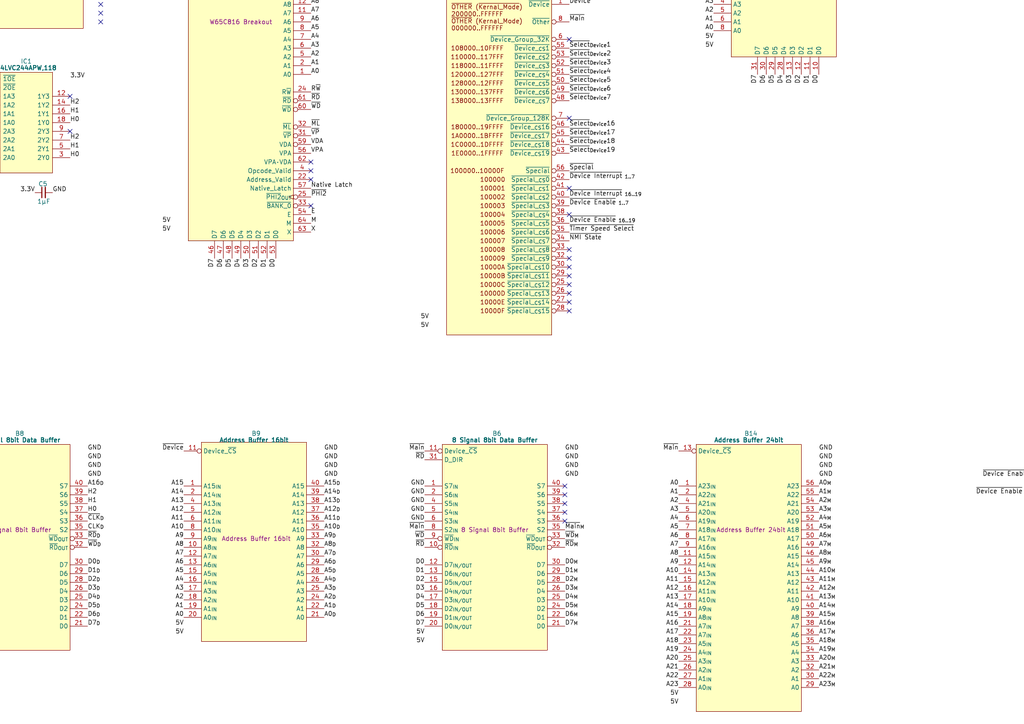
<source format=kicad_sch>
(kicad_sch (version 20230121) (generator eeschema)
  (paper "A4")
  (title_block (title "HCP65 Test MPU Board") (date "2023-12-18") (rev "V0"))
  (lib_symbols
    (symbol "Bourns:4609X-101-472LF" (pin_names (offset 0.762))
      (property "Reference" "RN" (at 8.255 5.08 0))
      (property "Value" "4609X-101-472LF" (at 8.255 3.175 0))
      (property "Description" "4.7KΩ 8-bus resistor" (at 8.255 -23.495 0))
      (symbol "4609X-101-472LF_0_0"
        (pin passive line (at 0 0 0) (length 5.08) (name "PC") (number "1"))
        (pin passive line (at 0 -2.54 0) (length 5.08) (name "R1") (number "2"))
        (pin passive line (at 0 -5.08 0) (length 5.08) (name "R2") (number "3"))
        (pin passive line (at 0 -7.62 0) (length 5.08) (name "R3") (number "4"))
        (pin passive line (at 0 -10.16 0) (length 5.08) (name "R4") (number "5"))
        (pin passive line (at 0 -12.7 0) (length 5.08) (name "R5") (number "6"))
        (pin passive line (at 0 -15.24 0) (length 5.08) (name "R6") (number "7"))
        (pin passive line (at 0 -17.78 0) (length 5.08) (name "R7") (number "8"))
        (pin passive line (at 0 -20.32 0) (length 5.08) (name "R8") (number "9"))
      )
    )
    (symbol "Diodes_Inc:AP7365-33WG-7" (pin_names (offset 0.762))
      (property "Reference" "IC" (at 12.7 5.08 0))
      (property "Value" "AP7365-33WG-7" (at 12.7 3.175 0))
      (property "Description" "3.3V LDO voltage regulator" (at 12.7 -8.255 0))
      (symbol "AP7365-33WG-7_0_0"
        (pin passive line (at 0 0 0) (length 5.08) (name "VIN") (number "1"))
        (pin passive line (at 0 -5.08 0) (length 5.08) (name "GND") (number "2"))
        (pin input line (at 0 -2.54 0) (length 5.08) (name "EN") (number "3"))
        (pin passive line (at 25.4 -5.08 180) (length 5.08) (name "ADJ") (number "4"))
        (pin passive line (at 25.4 0 180) (length 5.08) (name "VOUT") (number "5"))
      )
    )
    (symbol "EDAC:395-098-520-350" (pin_names (offset 0.762))
      (property "Reference" "J" (at 11.43 6.35 0))
      (property "Value" "395-098-520-350" (at 11.43 3.81 0))
      (symbol "395-098-520-350_0_0"
        (pin passive line (at 22.86 0 180) (length 5.08) (name "A1") (number "A1"))
        (pin passive line (at 22.86 -22.86 180) (length 5.08) (name "A10") (number "A10"))
        (pin passive line (at 22.86 -25.4 180) (length 5.08) (name "A11") (number "A11"))
        (pin passive line (at 22.86 -27.94 180) (length 5.08) (name "A12") (number "A12"))
        (pin passive line (at 22.86 -30.48 180) (length 5.08) (name "A13") (number "A13"))
        (pin passive line (at 22.86 -33.02 180) (length 5.08) (name "A14") (number "A14"))
        (pin passive line (at 22.86 -35.56 180) (length 5.08) (name "A15") (number "A15"))
        (pin passive line (at 22.86 -38.1 180) (length 5.08) (name "A16") (number "A16"))
        (pin passive line (at 22.86 -40.64 180) (length 5.08) (name "A17") (number "A17"))
        (pin passive line (at 22.86 -43.18 180) (length 5.08) (name "A18") (number "A18"))
        (pin passive line (at 22.86 -45.72 180) (length 5.08) (name "A19") (number "A19"))
        (pin passive line (at 22.86 -2.54 180) (length 5.08) (name "A2") (number "A2"))
        (pin passive line (at 22.86 -48.26 180) (length 5.08) (name "A20") (number "A20"))
        (pin passive line (at 22.86 -50.8 180) (length 5.08) (name "A21") (number "A21"))
        (pin passive line (at 22.86 -53.34 180) (length 5.08) (name "A22") (number "A22"))
        (pin passive line (at 22.86 -55.88 180) (length 5.08) (name "A23") (number "A23"))
        (pin passive line (at 22.86 -58.42 180) (length 5.08) (name "A24") (number "A24"))
        (pin passive line (at 22.86 -60.96 180) (length 5.08) (name "A25") (number "A25"))
        (pin passive line (at 22.86 -63.5 180) (length 5.08) (name "A26") (number "A26"))
        (pin passive line (at 22.86 -66.04 180) (length 5.08) (name "A27") (number "A27"))
        (pin passive line (at 22.86 -68.58 180) (length 5.08) (name "A28") (number "A28"))
        (pin passive line (at 22.86 -71.12 180) (length 5.08) (name "A29") (number "A29"))
        (pin passive line (at 22.86 -5.08 180) (length 5.08) (name "A3") (number "A3"))
        (pin passive line (at 22.86 -73.66 180) (length 5.08) (name "A30") (number "A30"))
        (pin passive line (at 22.86 -76.2 180) (length 5.08) (name "A31") (number "A31"))
        (pin passive line (at 22.86 -7.62 180) (length 5.08) (name "A4") (number "A4"))
        (pin passive line (at 22.86 -10.16 180) (length 5.08) (name "A5") (number "A5"))
        (pin passive line (at 22.86 -12.7 180) (length 5.08) (name "A6") (number "A6"))
        (pin passive line (at 22.86 -15.24 180) (length 5.08) (name "A7") (number "A7"))
        (pin passive line (at 22.86 -17.78 180) (length 5.08) (name "A8") (number "A8"))
        (pin passive line (at 22.86 -20.32 180) (length 5.08) (name "A9") (number "A9"))
        (pin passive line (at 0 0 0) (length 5.08) (name "B1") (number "B1"))
        (pin passive line (at 0 -22.86 0) (length 5.08) (name "B10") (number "B10"))
        (pin passive line (at 0 -25.4 0) (length 5.08) (name "B11") (number "B11"))
        (pin passive line (at 0 -27.94 0) (length 5.08) (name "B12") (number "B12"))
        (pin passive line (at 0 -30.48 0) (length 5.08) (name "B13") (number "B13"))
        (pin passive line (at 0 -33.02 0) (length 5.08) (name "B14") (number "B14"))
        (pin passive line (at 0 -35.56 0) (length 5.08) (name "B15") (number "B15"))
        (pin passive line (at 0 -38.1 0) (length 5.08) (name "B16") (number "B16"))
        (pin passive line (at 0 -40.64 0) (length 5.08) (name "B17") (number "B17"))
        (pin passive line (at 0 -43.18 0) (length 5.08) (name "B18") (number "B18"))
        (pin passive line (at 0 -45.72 0) (length 5.08) (name "B19") (number "B19"))
        (pin passive line (at 0 -2.54 0) (length 5.08) (name "B2") (number "B2"))
        (pin passive line (at 0 -48.26 0) (length 5.08) (name "B20") (number "B20"))
        (pin passive line (at 0 -50.8 0) (length 5.08) (name "B21") (number "B21"))
        (pin passive line (at 0 -53.34 0) (length 5.08) (name "B22") (number "B22"))
        (pin passive line (at 0 -55.88 0) (length 5.08) (name "B23") (number "B23"))
        (pin passive line (at 0 -58.42 0) (length 5.08) (name "B24") (number "B24"))
        (pin passive line (at 0 -60.96 0) (length 5.08) (name "B25") (number "B25"))
        (pin passive line (at 0 -63.5 0) (length 5.08) (name "B26") (number "B26"))
        (pin passive line (at 0 -66.04 0) (length 5.08) (name "B27") (number "B27"))
        (pin passive line (at 0 -68.58 0) (length 5.08) (name "B28") (number "B28"))
        (pin passive line (at 0 -71.12 0) (length 5.08) (name "B29") (number "B29"))
        (pin passive line (at 0 -5.08 0) (length 5.08) (name "B3") (number "B3"))
        (pin passive line (at 0 -73.66 0) (length 5.08) (name "B30") (number "B30"))
        (pin passive line (at 0 -76.2 0) (length 5.08) (name "B31") (number "B31"))
        (pin passive line (at 0 -7.62 0) (length 5.08) (name "B4") (number "B4"))
        (pin passive line (at 0 -10.16 0) (length 5.08) (name "B5") (number "B5"))
        (pin passive line (at 0 -12.7 0) (length 5.08) (name "B6") (number "B6"))
        (pin passive line (at 0 -15.24 0) (length 5.08) (name "B7") (number "B7"))
        (pin passive line (at 0 -17.78 0) (length 5.08) (name "B8") (number "B8"))
        (pin passive line (at 0 -20.32 0) (length 5.08) (name "B9") (number "B9"))
        (pin passive line (at 22.86 -78.74 180) (length 5.08) (name "C1") (number "C1"))
        (pin passive line (at 22.86 -101.6 180) (length 5.08) (name "C10") (number "C10"))
        (pin passive line (at 22.86 -104.14 180) (length 5.08) (name "C11") (number "C11"))
        (pin passive line (at 22.86 -106.68 180) (length 5.08) (name "C12") (number "C12"))
        (pin passive line (at 22.86 -109.22 180) (length 5.08) (name "C13") (number "C13"))
        (pin passive line (at 22.86 -111.76 180) (length 5.08) (name "C14") (number "C14"))
        (pin passive line (at 22.86 -114.3 180) (length 5.08) (name "C15") (number "C15"))
        (pin passive line (at 22.86 -116.84 180) (length 5.08) (name "C16") (number "C16"))
        (pin passive line (at 22.86 -119.38 180) (length 5.08) (name "C17") (number "C17"))
        (pin passive line (at 22.86 -121.92 180) (length 5.08) (name "C18") (number "C18"))
        (pin passive line (at 22.86 -81.28 180) (length 5.08) (name "C2") (number "C2"))
        (pin passive line (at 22.86 -83.82 180) (length 5.08) (name "C3") (number "C3"))
        (pin passive line (at 22.86 -86.36 180) (length 5.08) (name "C4") (number "C4"))
        (pin passive line (at 22.86 -88.9 180) (length 5.08) (name "C5") (number "C5"))
        (pin passive line (at 22.86 -91.44 180) (length 5.08) (name "C6") (number "C6"))
        (pin passive line (at 22.86 -93.98 180) (length 5.08) (name "C7") (number "C7"))
        (pin passive line (at 22.86 -96.52 180) (length 5.08) (name "C8") (number "C8"))
        (pin passive line (at 22.86 -99.06 180) (length 5.08) (name "C9") (number "C9"))
        (pin passive line (at 0 -78.74 0) (length 5.08) (name "D1") (number "D1"))
        (pin passive line (at 0 -101.6 0) (length 5.08) (name "D10") (number "D10"))
        (pin passive line (at 0 -104.14 0) (length 5.08) (name "D11") (number "D11"))
        (pin passive line (at 0 -106.68 0) (length 5.08) (name "D12") (number "D12"))
        (pin passive line (at 0 -109.22 0) (length 5.08) (name "D13") (number "D13"))
        (pin passive line (at 0 -111.76 0) (length 5.08) (name "D14") (number "D14"))
        (pin passive line (at 0 -114.3 0) (length 5.08) (name "D15") (number "D15"))
        (pin passive line (at 0 -116.84 0) (length 5.08) (name "D16") (number "D16"))
        (pin passive line (at 0 -119.38 0) (length 5.08) (name "D17") (number "D17"))
        (pin passive line (at 0 -121.92 0) (length 5.08) (name "D18") (number "D18"))
        (pin passive line (at 0 -81.28 0) (length 5.08) (name "D2") (number "D2"))
        (pin passive line (at 0 -83.82 0) (length 5.08) (name "D3") (number "D3"))
        (pin passive line (at 0 -86.36 0) (length 5.08) (name "D4") (number "D4"))
        (pin passive line (at 0 -88.9 0) (length 5.08) (name "D5") (number "D5"))
        (pin passive line (at 0 -91.44 0) (length 5.08) (name "D6") (number "D6"))
        (pin passive line (at 0 -93.98 0) (length 5.08) (name "D7") (number "D7"))
        (pin passive line (at 0 -96.52 0) (length 5.08) (name "D8") (number "D8"))
        (pin passive line (at 0 -99.06 0) (length 5.08) (name "D9") (number "D9"))
      )
      (symbol "395-098-520-350_1_1"
        (text "Edge connector 36pin + 60pin" (at 11.43 -125.73 0) (effects (font (size 1.27 1.27))))
      )
    )
    (symbol "HCP65:Address_Buffer_16bit"
      (property "Reference" "B" (at 15.875 5.08 0))
      (property "Value" "Address Buffer 16bit" (at 15.24 3.175 0))
      (property "Description" "Address Buffer 16bit" (at 15.875 -25.4 0))
      (symbol "Address_Buffer_16bit_1_0"
        (pin output line (at 35.56 -27.94 180) (length 5.08) (name "A8") (number "32"))
        (pin output line (at 35.56 -25.4 180) (length 5.08) (name "A9") (number "33"))
        (pin passive line (at 35.56 -7.62 180) (length 5.08) hide (name "GND") (number "34"))
        (pin output line (at 35.56 -22.86 180) (length 5.08) (name "A10") (number "35"))
        (pin output line (at 35.56 -20.32 180) (length 5.08) (name "A11") (number "36"))
        (pin output line (at 35.56 -17.78 180) (length 5.08) (name "A12") (number "37"))
        (pin output line (at 35.56 -15.24 180) (length 5.08) (name "A13") (number "38"))
        (pin output line (at 35.56 -12.7 180) (length 5.08) (name "A14") (number "39"))
      )
      (symbol "Address_Buffer_16bit_1_1"
        (pin input line (at -5.08 -10.16 0) (length 5.08) (name "A15_{IN}") (number "1"))
        (pin input line (at -5.08 -27.94 0) (length 5.08) (name "A8_{IN}") (number "10"))
        (pin input inverted (at -5.08 0 0) (length 5.08) (name "Device_~{CS}") (number "11"))
        (pin input line (at -5.08 -30.48 0) (length 5.08) (name "A7_{IN}") (number "12"))
        (pin input line (at -5.08 -33.02 0) (length 5.08) (name "A6_{IN}") (number "13"))
        (pin passive line (at 35.56 -2.54 180) (length 5.08) hide (name "GND") (number "14"))
        (pin input line (at -5.08 -35.56 0) (length 5.08) (name "A5_{IN}") (number "15"))
        (pin input line (at -5.08 -38.1 0) (length 5.08) (name "A4_{IN}") (number "16"))
        (pin input line (at -5.08 -40.64 0) (length 5.08) (name "A3_{IN}") (number "17"))
        (pin input line (at -5.08 -43.18 0) (length 5.08) (name "A2_{IN}") (number "18"))
        (pin input line (at -5.08 -45.72 0) (length 5.08) (name "A1_{IN}") (number "19"))
        (pin input line (at -5.08 -12.7 0) (length 5.08) (name "A14_{IN}") (number "2"))
        (pin input line (at -5.08 -48.26 0) (length 5.08) (name "A0_{IN}") (number "20"))
        (pin output line (at 35.56 -48.26 180) (length 5.08) (name "A0") (number "21"))
        (pin output line (at 35.56 -45.72 180) (length 5.08) (name "A1") (number "22"))
        (pin passive line (at -5.08 -53.34 0) (length 5.08) hide (name "5V") (number "23"))
        (pin output line (at 35.56 -43.18 180) (length 5.08) (name "A2") (number "24"))
        (pin output line (at 35.56 -40.64 180) (length 5.08) (name "A3") (number "25"))
        (pin output line (at 35.56 -38.1 180) (length 5.08) (name "A4") (number "26"))
        (pin passive line (at 35.56 -5.08 180) (length 5.08) hide (name "GND") (number "27"))
        (pin output line (at 35.56 -35.56 180) (length 5.08) (name "A5") (number "28"))
        (pin output line (at 35.56 -33.02 180) (length 5.08) (name "A6") (number "29"))
        (pin passive line (at -5.08 -50.8 0) (length 5.08) hide (name "5V") (number "3"))
        (pin output line (at 35.56 -30.48 180) (length 5.08) (name "A7") (number "30"))
        (pin no_connect line (at 35.56 -53.34 180) (length 5.08) hide (name "N.C.") (number "31"))
        (pin input line (at -5.08 -15.24 0) (length 5.08) (name "A13_{IN}") (number "4"))
        (pin output line (at 35.56 -10.16 180) (length 5.08) (name "A15") (number "40"))
        (pin input line (at -5.08 -17.78 0) (length 5.08) (name "A12_{IN}") (number "5"))
        (pin input line (at -5.08 -20.32 0) (length 5.08) (name "A11_{IN}") (number "6"))
        (pin passive line (at 35.56 0 180) (length 5.08) hide (name "GND") (number "7"))
        (pin input line (at -5.08 -22.86 0) (length 5.08) (name "A10_{IN}") (number "8"))
        (pin input line (at -5.08 -25.4 0) (length 5.08) (name "A9_{IN}") (number "9"))
      )
    )
    (symbol "HCP65:Address_Buffer_24bit"
      (property "Reference" "B" (at 15.875 5.08 0))
      (property "Value" "Address Buffer 24bit" (at 15.24 3.175 0))
      (property "Description" "Address Buffer 24bit" (at 15.875 -22.86 0))
      (symbol "Address_Buffer_24bit_1_0"
        (pin passive line (at 35.56 -5.08 180) (length 5.08) hide (name "GND") (number "37"))
      )
      (symbol "Address_Buffer_24bit_1_1"
        (pin input line (at -5.08 -10.16 0) (length 5.08) (name "A23_{IN}") (number "1"))
        (pin passive line (at 35.56 0 180) (length 5.08) hide (name "GND") (number "10"))
        (pin input line (at -5.08 -30.48 0) (length 5.08) (name "A15_{IN}") (number "11"))
        (pin input line (at -5.08 -33.02 0) (length 5.08) (name "A14_{IN}") (number "12"))
        (pin input inverted (at -5.08 0 0) (length 5.08) (name "Device_~{CS}") (number "13"))
        (pin input line (at -5.08 -35.56 0) (length 5.08) (name "A13_{IN}") (number "14"))
        (pin input line (at -5.08 -38.1 0) (length 5.08) (name "A12_{IN}") (number "15"))
        (pin input line (at -5.08 -40.64 0) (length 5.08) (name "A11_{IN}") (number "16"))
        (pin input line (at -5.08 -43.18 0) (length 5.08) (name "A10_{IN}") (number "17"))
        (pin input line (at -5.08 -45.72 0) (length 5.08) (name "A9_{IN}") (number "18"))
        (pin input line (at -5.08 -48.26 0) (length 5.08) (name "A8_{IN}") (number "19"))
        (pin input line (at -5.08 -12.7 0) (length 5.08) (name "A22_{IN}") (number "2"))
        (pin passive line (at 35.56 -2.54 180) (length 5.08) hide (name "GND") (number "20"))
        (pin input line (at -5.08 -50.8 0) (length 5.08) (name "A7_{IN}") (number "21"))
        (pin input line (at -5.08 -53.34 0) (length 5.08) (name "A7_{IN}") (number "22"))
        (pin input line (at -5.08 -55.88 0) (length 5.08) (name "A5_{IN}") (number "23"))
        (pin input line (at -5.08 -58.42 0) (length 5.08) (name "A4_{IN}") (number "24"))
        (pin input line (at -5.08 -60.96 0) (length 5.08) (name "A3_{IN}") (number "25"))
        (pin input line (at -5.08 -63.5 0) (length 5.08) (name "A2_{IN}") (number "26"))
        (pin input line (at -5.08 -66.04 0) (length 5.08) (name "A1_{IN}") (number "27"))
        (pin input line (at -5.08 -68.58 0) (length 5.08) (name "A0_{IN}") (number "28"))
        (pin output line (at 35.56 -68.58 180) (length 5.08) (name "A0") (number "29"))
        (pin passive line (at -5.08 -71.12 0) (length 5.08) hide (name "5V") (number "3"))
        (pin output line (at 35.56 -66.04 180) (length 5.08) (name "A1") (number "30"))
        (pin passive line (at -5.08 -73.66 0) (length 5.08) hide (name "5V") (number "31"))
        (pin output line (at 35.56 -63.5 180) (length 5.08) (name "A2") (number "32"))
        (pin output line (at 35.56 -60.96 180) (length 5.08) (name "A3") (number "33"))
        (pin output line (at 35.56 -58.42 180) (length 5.08) (name "A4") (number "34"))
        (pin output line (at 35.56 -55.88 180) (length 5.08) (name "A5") (number "35"))
        (pin output line (at 35.56 -53.34 180) (length 5.08) (name "A6") (number "36"))
        (pin output line (at 35.56 -50.8 180) (length 5.08) (name "A7") (number "38"))
        (pin output line (at 35.56 -48.26 180) (length 5.08) (name "A8") (number "39"))
        (pin input line (at -5.08 -15.24 0) (length 5.08) (name "A21_{IN}") (number "4"))
        (pin output line (at 35.56 -45.72 180) (length 5.08) (name "A9") (number "40"))
        (pin output line (at 35.56 -43.18 180) (length 5.08) (name "A10") (number "41"))
        (pin output line (at 35.56 -40.64 180) (length 5.08) (name "A11") (number "42"))
        (pin output line (at 35.56 -38.1 180) (length 5.08) (name "A12") (number "43"))
        (pin output line (at 35.56 -35.56 180) (length 5.08) (name "A13") (number "44"))
        (pin output line (at 35.56 -33.02 180) (length 5.08) (name "A14") (number "45"))
        (pin output line (at 35.56 -30.48 180) (length 5.08) (name "A15") (number "46"))
        (pin passive line (at 35.56 -7.62 180) (length 5.08) hide (name "GND") (number "47"))
        (pin no_connect line (at 35.56 -73.66 180) (length 5.08) hide (name "N.C.") (number "48"))
        (pin output line (at 35.56 -27.94 180) (length 5.08) (name "A16") (number "49"))
        (pin input line (at -5.08 -17.78 0) (length 5.08) (name "A20_{IN}") (number "5"))
        (pin output line (at 35.56 -25.4 180) (length 5.08) (name "A17") (number "50"))
        (pin output line (at 35.56 -22.86 180) (length 5.08) (name "A18") (number "51"))
        (pin output line (at 35.56 -20.32 180) (length 5.08) (name "A19") (number "52"))
        (pin output line (at 35.56 -17.78 180) (length 5.08) (name "A20") (number "53"))
        (pin output line (at 35.56 -15.24 180) (length 5.08) (name "A21") (number "54"))
        (pin output line (at 35.56 -12.7 180) (length 5.08) (name "A22") (number "55"))
        (pin output line (at 35.56 -10.16 180) (length 5.08) (name "A23") (number "56"))
        (pin input line (at -5.08 -20.32 0) (length 5.08) (name "A19_{IN}") (number "6"))
        (pin input line (at -5.08 -22.86 0) (length 5.08) (name "A18_{IN}") (number "7"))
        (pin input line (at -5.08 -25.4 0) (length 5.08) (name "A17_{IN}") (number "8"))
        (pin input line (at -5.08 -27.94 0) (length 5.08) (name "A16_{IN}") (number "9"))
      )
    )
    (symbol "HCP65:C_0805" (pin_numbers hide) (pin_names (offset 0.254) hide)
      (property "Reference" "C" (at 2.286 2.54 0))
      (property "Value" "?μF" (at 2.54 -2.54 0))
      (symbol "C_0805_1_1"
        (pin passive line (at 0 0 0) (length 2.032) (name "~") (number "1"))
        (pin passive line (at 5.08 0 180) (length 2.032) (name "~") (number "2"))
      )
    )
    (symbol "HCP65:C_Polarized" (pin_numbers hide) (pin_names (offset 0.254))
      (property "Reference" "C" (at 0.635 2.54 0))
      (property "Description" "?μF" (at 0.635 -2.54 0))
      (symbol "C_Polarized_1_1"
        (pin passive line (at 0 3.81 270) (length 2.794) (name "~") (number "1"))
        (pin passive line (at 0 -3.81 90) (length 2.794) (name "~") (number "2"))
      )
    )
    (symbol "HCP65:Data_and_Signal Buffer"
      (property "Reference" "B" (at 15.875 5.08 0))
      (property "Value" "8 Signal 8bit Data Buffer" (at 15.24 3.175 0))
      (property "Description" "8 Signal 8bit Buffer" (at 15.24 -22.86 0))
      (symbol "Data_and_Signal Buffer_1_0"
        (pin tri_state inverted (at 35.56 -27.94 180) (length 5.08) (name "~{RD}_{OUT}") (number "32"))
        (pin tri_state inverted (at 35.56 -25.4 180) (length 5.08) (name "~{WD}_{OUT}") (number "33"))
        (pin passive line (at 35.56 -7.62 180) (length 5.08) hide (name "GND") (number "34"))
        (pin tri_state line (at 35.56 -22.86 180) (length 5.08) (name "S2") (number "35"))
        (pin tri_state line (at 35.56 -20.32 180) (length 5.08) (name "S3") (number "36"))
        (pin tri_state line (at 35.56 -17.78 180) (length 5.08) (name "S4") (number "37"))
        (pin tri_state line (at 35.56 -15.24 180) (length 5.08) (name "S5") (number "38"))
        (pin tri_state line (at 35.56 -12.7 180) (length 5.08) (name "S6") (number "39"))
      )
      (symbol "Data_and_Signal Buffer_1_1"
        (pin input line (at -5.08 -10.16 0) (length 5.08) (name "S7_{IN}") (number "1"))
        (pin input inverted (at -5.08 -27.94 0) (length 5.08) (name "~{RD}_{IN}") (number "10"))
        (pin input inverted (at -5.08 0 0) (length 5.08) (name "Device_~{CS}") (number "11"))
        (pin tri_state line (at -5.08 -33.02 0) (length 5.08) (name "D7_{IN/OUT}") (number "12"))
        (pin tri_state line (at -5.08 -35.56 0) (length 5.08) (name "D6_{IN/OUT}") (number "13"))
        (pin passive line (at 35.56 -2.54 180) (length 5.08) hide (name "GND") (number "14"))
        (pin tri_state line (at -5.08 -38.1 0) (length 5.08) (name "D5_{IN/OUT}") (number "15"))
        (pin tri_state line (at -5.08 -40.64 0) (length 5.08) (name "D4_{IN/OUT}") (number "16"))
        (pin tri_state line (at -5.08 -43.18 0) (length 5.08) (name "D3_{IN/OUT}") (number "17"))
        (pin tri_state line (at -5.08 -45.72 0) (length 5.08) (name "D2_{IN/OUT}") (number "18"))
        (pin tri_state line (at -5.08 -48.26 0) (length 5.08) (name "D1_{IN/OUT}") (number "19"))
        (pin input line (at -5.08 -12.7 0) (length 5.08) (name "S6_{IN}") (number "2"))
        (pin tri_state line (at -5.08 -50.8 0) (length 5.08) (name "D0_{IN/OUT}") (number "20"))
        (pin tri_state line (at 35.56 -50.8 180) (length 5.08) (name "D0") (number "21"))
        (pin tri_state line (at 35.56 -48.26 180) (length 5.08) (name "D1") (number "22"))
        (pin passive line (at -5.08 -55.88 0) (length 5.08) hide (name "5V") (number "23"))
        (pin tri_state line (at 35.56 -45.72 180) (length 5.08) (name "D2") (number "24"))
        (pin tri_state line (at 35.56 -43.18 180) (length 5.08) (name "D3") (number "25"))
        (pin tri_state line (at 35.56 -40.64 180) (length 5.08) (name "D4") (number "26"))
        (pin passive line (at 35.56 -5.08 180) (length 5.08) hide (name "GND") (number "27"))
        (pin tri_state line (at 35.56 -38.1 180) (length 5.08) (name "D5") (number "28"))
        (pin tri_state line (at 35.56 -35.56 180) (length 5.08) (name "D6") (number "29"))
        (pin passive line (at -5.08 -53.34 0) (length 5.08) hide (name "5V") (number "3"))
        (pin tri_state line (at 35.56 -33.02 180) (length 5.08) (name "D7") (number "30"))
        (pin input line (at -5.08 -2.54 0) (length 5.08) (name "D_DIR") (number "31"))
        (pin input line (at -5.08 -15.24 0) (length 5.08) (name "S5_{IN}") (number "4"))
        (pin tri_state line (at 35.56 -10.16 180) (length 5.08) (name "S7") (number "40"))
        (pin input line (at -5.08 -17.78 0) (length 5.08) (name "S4_{IN}") (number "5"))
        (pin input line (at -5.08 -20.32 0) (length 5.08) (name "S3_{IN}") (number "6"))
        (pin passive line (at 35.56 0 180) (length 5.08) hide (name "GND") (number "7"))
        (pin input line (at -5.08 -22.86 0) (length 5.08) (name "S2_{IN}") (number "8"))
        (pin input inverted (at -5.08 -25.4 0) (length 5.08) (name "~{WD}_{IN}") (number "9"))
      )
    )
    (symbol "HCP65:Device_Interrupts"
      (property "Reference" "B" (at 15.875 5.08 0))
      (property "Value" "Device Interrupts" (at 15.24 3.175 0))
      (property "Description" "Device Interrupts" (at 15.875 -12.7 0))
      (symbol "Device_Interrupts_1_0"
        (pin input inverted (at -5.08 -40.64 0) (length 5.08) (name "~{Interrupt}_{Device}19") (number "32"))
        (pin input inverted (at -5.08 -38.1 0) (length 5.08) (name "~{Interrupt}_{Device}18") (number "33"))
        (pin input inverted (at -5.08 -35.56 0) (length 5.08) (name "~{Interrupt}_{Device}17") (number "34"))
        (pin input inverted (at -5.08 -33.02 0) (length 5.08) (name "~{Interrupt}_{Device}16") (number "35"))
        (pin input inverted (at -5.08 -30.48 0) (length 5.08) (name "~{Interrupt}_{Device}7") (number "36"))
        (pin input inverted (at -5.08 -27.94 0) (length 5.08) (name "~{Interrupt}_{Device}6") (number "37"))
        (pin input inverted (at -5.08 -25.4 0) (length 5.08) (name "~{Interrupt}_{Device}5") (number "38"))
        (pin output inverted (at 35.56 -10.16 180) (length 5.08) (name "~{INT}") (number "39"))
      )
      (symbol "Device_Interrupts_1_1"
        (pin input inverted (at -5.08 -22.86 0) (length 5.08) (name "~{Interrupt}_{Device}4") (number "1"))
        (pin input inverted (at -5.08 -10.16 0) (length 5.08) (name "~{Device_Enable}_{_16..19}") (number "10"))
        (pin tri_state line (at 25.4 -81.28 90) (length 5.08) (name "D0") (number "11"))
        (pin tri_state line (at 22.86 -81.28 90) (length 5.08) (name "D1") (number "12"))
        (pin tri_state line (at 20.32 -81.28 90) (length 5.08) (name "D2") (number "13"))
        (pin tri_state line (at 17.78 -81.28 90) (length 5.08) (name "D3") (number "14"))
        (pin tri_state line (at 15.24 -81.28 90) (length 5.08) (name "D4") (number "15"))
        (pin tri_state line (at 12.7 -81.28 90) (length 5.08) (name "D5") (number "16"))
        (pin tri_state line (at 10.16 -81.28 90) (length 5.08) (name "D6") (number "17"))
        (pin tri_state line (at 7.62 -81.28 90) (length 5.08) (name "D7") (number "18"))
        (pin input inverted (at -5.08 -71.12 0) (length 5.08) (name "~{Enable}_{Device}19") (number "19"))
        (pin input inverted (at -5.08 -20.32 0) (length 5.08) (name "~{Interrupt}_{Device}3") (number "2"))
        (pin passive line (at -5.08 -73.66 0) (length 5.08) hide (name "5V") (number "20"))
        (pin passive line (at 35.56 0 180) (length 5.08) hide (name "GND") (number "21"))
        (pin input inverted (at -5.08 -68.58 0) (length 5.08) (name "~{Enable}_{Device}18") (number "22"))
        (pin input inverted (at -5.08 -66.04 0) (length 5.08) (name "~{Enable}_{Device}17") (number "23"))
        (pin input inverted (at -5.08 -63.5 0) (length 5.08) (name "~{Enable}_{Device}16") (number "24"))
        (pin input inverted (at -5.08 -60.96 0) (length 5.08) (name "~{Enable}_{Device}7") (number "25"))
        (pin input inverted (at -5.08 -58.42 0) (length 5.08) (name "~{Enable}_{Device}6") (number "26"))
        (pin input inverted (at -5.08 -55.88 0) (length 5.08) (name "~{Enable}_{Device}5") (number "27"))
        (pin input inverted (at -5.08 -53.34 0) (length 5.08) (name "~{Enable}_{Device}4") (number "28"))
        (pin input inverted (at -5.08 -50.8 0) (length 5.08) (name "~{Enable}_{Device}3") (number "29"))
        (pin input inverted (at -5.08 -17.78 0) (length 5.08) (name "~{Interrupt}_{Device}2") (number "3"))
        (pin input inverted (at -5.08 -48.26 0) (length 5.08) (name "~{Enable}_{Device}2") (number "30"))
        (pin input inverted (at -5.08 -45.72 0) (length 5.08) (name "~{Enable}_{Device}1") (number "31"))
        (pin input inverted (at -5.08 -15.24 0) (length 5.08) (name "~{Interrupt}_{Device}1") (number "4"))
        (pin passive line (at 35.56 -2.54 180) (length 5.08) hide (name "GND") (number "40"))
        (pin no_connect line (at 35.56 -5.08 180) (length 5.08) hide (name "N.C.") (number "5"))
        (pin input inverted (at -5.08 -2.54 0) (length 5.08) (name "~{Device_Interrupt}_{_1..7}") (number "6"))
        (pin input inverted (at -5.08 -5.08 0) (length 5.08) (name "~{Device_Interrupt}_{_16..19}") (number "7"))
        (pin input inverted (at -5.08 -7.62 0) (length 5.08) (name "~{Device_Enable}_{_1..7}") (number "8"))
        (pin input inverted (at -5.08 0 0) (length 5.08) (name "~{RD}") (number "9"))
      )
    )
    (symbol "HCP65:Device_Reset"
      (property "Reference" "B" (at 15.875 5.08 0))
      (property "Value" "Device Reset" (at 15.24 3.175 0))
      (property "Description" "Device Reset" (at 12.7 -27.94 0))
      (symbol "Device_Reset_1_0"
        (pin output inverted (at 35.56 -40.64 180) (length 5.08) (name "~{Reset}_13") (number "32"))
        (pin output inverted (at 35.56 -43.18 180) (length 5.08) (name "~{Reset}_14") (number "33"))
        (pin passive line (at 35.56 -7.62 180) (length 5.08) hide (name "GND") (number "34"))
        (pin output inverted (at 35.56 -45.72 180) (length 5.08) (name "~{Reset}_15") (number "35"))
        (pin output inverted (at 35.56 -17.78 180) (length 5.08) (name "~{Reset}_4") (number "36"))
        (pin output inverted (at 35.56 -20.32 180) (length 5.08) (name "~{Reset}_5") (number "37"))
        (pin output inverted (at 35.56 -22.86 180) (length 5.08) (name "~{Reset}_6") (number "38"))
        (pin output inverted (at 35.56 -25.4 180) (length 5.08) (name "~{Reset}_7") (number "39"))
      )
      (symbol "Device_Reset_1_1"
        (pin output inverted (at 35.56 -10.16 180) (length 5.08) (name "~{Reset}_1") (number "1"))
        (pin no_connect line (at -5.08 -53.34 0) (length 5.08) hide (name "N.C.") (number "10"))
        (pin tri_state line (at 25.4 -66.04 90) (length 5.08) (name "D0") (number "11"))
        (pin tri_state line (at 22.86 -66.04 90) (length 5.08) (name "D1") (number "12"))
        (pin tri_state line (at 20.32 -66.04 90) (length 5.08) (name "D2") (number "13"))
        (pin passive line (at 35.56 -2.54 180) (length 5.08) hide (name "GND") (number "14"))
        (pin tri_state line (at 17.78 -66.04 90) (length 5.08) (name "D3") (number "15"))
        (pin tri_state line (at 15.24 -66.04 90) (length 5.08) (name "D4") (number "16"))
        (pin tri_state line (at 12.7 -66.04 90) (length 5.08) (name "D5") (number "17"))
        (pin tri_state line (at 10.16 -66.04 90) (length 5.08) (name "D6") (number "18"))
        (pin tri_state line (at 7.62 -66.04 90) (length 5.08) (name "D7") (number "19"))
        (pin output inverted (at 35.56 -12.7 180) (length 5.08) (name "~{Reset}_2") (number "2"))
        (pin input inverted (at -5.08 -2.54 0) (length 5.08) (name "~{WD}") (number "20"))
        (pin input inverted_clock (at -5.08 -5.08 0) (length 5.08) (name "~{CLK}") (number "21"))
        (pin input inverted (at -5.08 -12.7 0) (length 5.08) (name "~{Enables}_16..19") (number "22"))
        (pin passive line (at -5.08 -58.42 0) (length 5.08) hide (name "5V") (number "23"))
        (pin input inverted (at -5.08 -10.16 0) (length 5.08) (name "~{Enables}_8..15") (number "24"))
        (pin input inverted (at -5.08 -7.62 0) (length 5.08) (name "~{Enables}_1..7") (number "25"))
        (pin output inverted (at 35.56 -55.88 180) (length 5.08) (name "~{Reset}_19") (number "26"))
        (pin passive line (at 35.56 -5.08 180) (length 5.08) hide (name "GND") (number "27"))
        (pin output inverted (at 35.56 -53.34 180) (length 5.08) (name "~{Reset}_18") (number "28"))
        (pin output inverted (at 35.56 -50.8 180) (length 5.08) (name "~{Reset}_17") (number "29"))
        (pin passive line (at -5.08 -55.88 0) (length 5.08) hide (name "5V") (number "3"))
        (pin output inverted (at 35.56 -48.26 180) (length 5.08) (name "~{Reset}_16") (number "30"))
        (pin output inverted (at 35.56 -38.1 180) (length 5.08) (name "~{Reset}_12") (number "31"))
        (pin output inverted (at 35.56 -15.24 180) (length 5.08) (name "~{Reset}_3") (number "4"))
        (pin input inverted (at -5.08 0 0) (length 5.08) (name "~{Reset}") (number "40"))
        (pin output inverted (at 35.56 -27.94 180) (length 5.08) (name "~{Reset}_8") (number "5"))
        (pin output inverted (at 35.56 -30.48 180) (length 5.08) (name "~{Reset}_9") (number "6"))
        (pin passive line (at 35.56 0 180) (length 5.08) hide (name "GND") (number "7"))
        (pin output inverted (at 35.56 -33.02 180) (length 5.08) (name "~{Reset}_10") (number "8"))
        (pin output inverted (at 35.56 -35.56 180) (length 5.08) (name "~{Reset}_11") (number "9"))
      )
    )
    (symbol "HCP65:LED" (pin_numbers hide) (pin_names (offset 0.254) hide)
      (property "Reference" "LED" (at -1.27 3.175 0))
      (property "Description" "Colour" (at 0 -2.54 0))
      (symbol "LED_1_1"
        (pin passive line (at -2.54 0 0) (length 1.778) (name "K") (number "1"))
        (pin passive line (at 2.54 0 180) (length 1.778) (name "A") (number "2"))
      )
    )
    (symbol "HCP65:MPU_Address_Decode"
      (property "Reference" "B" (at 15.875 5.08 0))
      (property "Value" "MPU Address Decode" (at 15.24 3.175 0))
      (property "Description" "MPU Address Decode" (at 15.24 -38.1 0))
      (symbol "MPU_Address_Decode_1_0"
        (pin output inverted (at 35.56 -137.16 180) (length 5.08) (name "~{Special__{CS}15}") (number "28"))
        (pin output inverted (at 35.56 -116.84 180) (length 5.08) (name "~{Special__{CS}7}") (number "34"))
        (pin output inverted (at 35.56 -114.3 180) (length 5.08) (name "~{Special__{CS}6}") (number "35"))
        (pin output inverted (at 35.56 -111.76 180) (length 5.08) (name "~{Special__{CS}5}") (number "36"))
        (pin output inverted (at 35.56 -109.22 180) (length 5.08) (name "~{Special__{CS}4}") (number "38"))
        (pin output inverted (at 35.56 -106.68 180) (length 5.08) (name "~{Special__{CS}3}") (number "39"))
        (pin output inverted (at 35.56 -104.14 180) (length 5.08) (name "~{Special__{CS}2}") (number "40"))
        (pin output inverted (at 35.56 -86.36 180) (length 5.08) (name "~{Device__{CS}17}") (number "45"))
        (pin output inverted (at 35.56 -76.2 180) (length 5.08) (name "~{Device__{CS}7}") (number "48"))
        (pin output inverted (at 35.56 -73.66 180) (length 5.08) (name "~{Device__{CS}6}") (number "49"))
        (pin output inverted (at 35.56 -71.12 180) (length 5.08) (name "~{Device__{CS}5}") (number "50"))
        (pin output inverted (at 35.56 -68.58 180) (length 5.08) (name "~{Device__{CS}4}") (number "51"))
        (pin output inverted (at 35.56 -66.04 180) (length 5.08) (name "~{Device__{CS}3}") (number "52"))
        (pin output inverted (at 35.56 -63.5 180) (length 5.08) (name "~{Device__{CS}2}") (number "53"))
      )
      (symbol "MPU_Address_Decode_1_1"
        (text "000000..07FFFF" (at 8.89 -43.18 0) (effects (font (size 1.27 1.27))))
        (text "080000..0FFFFF" (at 8.89 -45.72 0) (effects (font (size 1.27 1.27))))
        (text "100000" (at 13.335 -99.06 0) (effects (font (size 1.27 1.27))))
        (text "100000..10000F" (at 8.89 -96.52 0) (effects (font (size 1.27 1.27))))
        (text "100001" (at 13.335 -101.6 0) (effects (font (size 1.27 1.27))))
        (text "100002" (at 13.335 -104.14 0) (effects (font (size 1.27 1.27))))
        (text "100003" (at 13.335 -106.68 0) (effects (font (size 1.27 1.27))))
        (text "100004" (at 13.335 -109.22 0) (effects (font (size 1.27 1.27))))
        (text "100005" (at 13.335 -111.76 0) (effects (font (size 1.27 1.27))))
        (text "100006" (at 13.335 -114.3 0) (effects (font (size 1.27 1.27))))
        (text "100007" (at 13.335 -116.84 0) (effects (font (size 1.27 1.27))))
        (text "100008" (at 13.335 -119.38 0) (effects (font (size 1.27 1.27))))
        (text "100009" (at 13.335 -121.92 0) (effects (font (size 1.27 1.27))))
        (text "10000A" (at 13.335 -124.46 0) (effects (font (size 1.27 1.27))))
        (text "10000B" (at 13.335 -127 0) (effects (font (size 1.27 1.27))))
        (text "10000C" (at 13.335 -129.54 0) (effects (font (size 1.27 1.27))))
        (text "10000D" (at 13.335 -132.08 0) (effects (font (size 1.27 1.27))))
        (text "10000E" (at 13.335 -134.62 0) (effects (font (size 1.27 1.27))))
        (text "10000F" (at 13.335 -137.16 0) (effects (font (size 1.27 1.27))))
        (text "108000..10FFFF" (at 8.89 -60.96 0) (effects (font (size 1.27 1.27))))
        (text "110000..117FFF" (at 8.89 -63.5 0) (effects (font (size 1.27 1.27))))
        (text "118000..11FFFF" (at 8.89 -66.04 0) (effects (font (size 1.27 1.27))))
        (text "120000..127FFF" (at 8.89 -68.58 0) (effects (font (size 1.27 1.27))))
        (text "128000..12FFFF" (at 8.89 -71.12 0) (effects (font (size 1.27 1.27))))
        (text "130000..137FFF" (at 8.89 -73.66 0) (effects (font (size 1.27 1.27))))
        (text "138000..13FFFF" (at 8.89 -76.2 0) (effects (font (size 1.27 1.27))))
        (text "180000..19FFFF" (at 8.89 -83.82 0) (effects (font (size 1.27 1.27))))
        (text "1A0000..1BFFFF" (at 8.89 -86.36 0) (effects (font (size 1.27 1.27))))
        (text "1C0000..1DFFFF" (at 8.89 -88.9 0) (effects (font (size 1.27 1.27))))
        (text "1E0000..1FFFFF" (at 8.89 -91.44 0) (effects (font (size 1.27 1.27))))
        (text "~{OTHER} (~{Kernal_Mode})\n200000..FFFFFF\n~{OTHER} (Kernal_Mode)\n000000..FFFFFF" (at 1.27 -52.07 0) (effects (font (size 1.27 1.27)) (justify left)))
        (pin output line (at 35.56 -48.26 180) (length 5.08) (name "~{Device}") (number "1"))
        (pin passive line (at 35.56 0 180) (length 5.08) hide (name "GND") (number "10"))
        (pin input line (at -5.08 -10.16 0) (length 5.08) (name "A23") (number "11"))
        (pin input line (at -5.08 -12.7 0) (length 5.08) (name "A22") (number "12"))
        (pin input line (at -5.08 -15.24 0) (length 5.08) (name "A21") (number "13"))
        (pin input line (at -5.08 -17.78 0) (length 5.08) (name "A20") (number "14"))
        (pin input line (at -5.08 -20.32 0) (length 5.08) (name "A19") (number "15"))
        (pin input line (at -5.08 -22.86 0) (length 5.08) (name "A18") (number "16"))
        (pin input line (at -5.08 -25.4 0) (length 5.08) (name "A17") (number "17"))
        (pin input line (at -5.08 -27.94 0) (length 5.08) (name "A16") (number "18"))
        (pin input line (at -5.08 -30.48 0) (length 5.08) (name "A15") (number "19"))
        (pin input line (at -5.08 -2.54 0) (length 5.08) (name "Native_Latch") (number "2"))
        (pin input line (at 35.56 -2.54 180) (length 5.08) hide (name "GND") (number "20"))
        (pin input line (at -5.08 -33.02 0) (length 5.08) (name "A3") (number "21"))
        (pin input line (at -5.08 -35.56 0) (length 5.08) (name "A2") (number "22"))
        (pin input line (at -5.08 -38.1 0) (length 5.08) (name "A1") (number "23"))
        (pin input line (at -5.08 -40.64 0) (length 5.08) (name "A0") (number "24"))
        (pin output inverted (at 35.56 -129.54 180) (length 5.08) (name "~{Special__{CS}12}") (number "25"))
        (pin output inverted (at 35.56 -132.08 180) (length 5.08) (name "~{Special__{CS}13}") (number "26"))
        (pin output inverted (at 35.56 -134.62 180) (length 5.08) (name "~{Special__{CS}14}") (number "27"))
        (pin output inverted (at 35.56 -127 180) (length 5.08) (name "~{Special__{CS}11}") (number "29"))
        (pin passive line (at -5.08 -139.7 0) (length 5.08) hide (name "5V") (number "3"))
        (pin output inverted (at 35.56 -124.46 180) (length 5.08) (name "~{Special__{CS}10}") (number "30"))
        (pin passive line (at -5.08 -142.24 0) (length 5.08) hide (name "5V") (number "31"))
        (pin output inverted (at 35.56 -121.92 180) (length 5.08) (name "~{Special__{CS}9}") (number "32"))
        (pin output inverted (at 35.56 -119.38 180) (length 5.08) (name "~{Special__{CS}8}") (number "33"))
        (pin passive line (at 35.56 -5.08 180) (length 5.08) hide (name "GND") (number "37"))
        (pin output inverted (at 35.56 -43.18 180) (length 5.08) (name "~{RAM_{CS}}") (number "4"))
        (pin output inverted (at 35.56 -101.6 180) (length 5.08) (name "~{Special__{CS}1}") (number "41"))
        (pin output inverted (at 35.56 -99.06 180) (length 5.08) (name "~{Special__{CS}0}") (number "42"))
        (pin output inverted (at 35.56 -91.44 180) (length 5.08) (name "~{Device__{CS}19}") (number "43"))
        (pin output inverted (at 35.56 -88.9 180) (length 5.08) (name "~{Device__{CS}18}") (number "44"))
        (pin output inverted (at 35.56 -83.82 180) (length 5.08) (name "~{Device__{CS}16}") (number "46"))
        (pin passive line (at 35.56 -7.62 180) (length 5.08) hide (name "GND") (number "47"))
        (pin output inverted (at 35.56 -45.72 180) (length 5.08) (name "~{ROM_{CS}}") (number "5"))
        (pin input inverted (at -5.08 0 0) (length 5.08) (name "~{Reset}") (number "54"))
        (pin output inverted (at 35.56 -60.96 180) (length 5.08) (name "~{Device__{CS}1}") (number "55"))
        (pin output inverted (at 35.56 -96.52 180) (length 5.08) (name "~{Special}") (number "56"))
        (pin output inverted (at 35.56 -58.42 180) (length 5.08) (name "~{Device_Group_32K}") (number "6"))
        (pin output inverted (at 35.56 -81.28 180) (length 5.08) (name "~{Device_Group_128K}") (number "7"))
        (pin output inverted (at 35.56 -53.34 180) (length 5.08) (name "~{Other}") (number "8"))
        (pin input line (at -5.08 -5.08 0) (length 5.08) (name "Kernal_Mode") (number "9"))
      )
    )
    (symbol "HCP65:MPU_Memory"
      (property "Reference" "B" (at 15.875 5.08 0))
      (property "Value" "MPU Memory" (at 15.24 3.175 0))
      (property "Description" "MPU Memory" (at 15.24 -27.305 0))
      (symbol "MPU_Memory_1_0"
        (pin input inverted (at -5.08 -7.62 0) (length 5.08) (name "~{RD}") (number "32"))
        (pin input line (at -5.08 -35.56 0) (length 5.08) (name "A8") (number "33"))
        (pin passive line (at 35.56 -7.62 180) (length 5.08) hide (name "GND") (number "34"))
        (pin input line (at -5.08 -38.1 0) (length 5.08) (name "A7") (number "35"))
        (pin input line (at -5.08 -40.64 0) (length 5.08) (name "A6") (number "36"))
        (pin input line (at -5.08 -43.18 0) (length 5.08) (name "A5") (number "37"))
        (pin tri_state line (at 35.56 -15.24 180) (length 5.08) (name "CH0_{OUT}") (number "38"))
        (pin tri_state line (at 35.56 -12.7 180) (length 5.08) (name "CH1_{OUT}") (number "39"))
      )
      (symbol "MPU_Memory_1_1"
        (pin input inverted (at -5.08 -2.54 0) (length 5.08) (name "~{ROM_{CS}}") (number "1"))
        (pin tri_state line (at 25.4 -68.58 90) (length 5.08) (name "D0") (number "10"))
        (pin tri_state line (at 22.86 -68.58 90) (length 5.08) (name "D1") (number "11"))
        (pin tri_state line (at 20.32 -68.58 90) (length 5.08) (name "D2") (number "12"))
        (pin tri_state line (at 17.78 -68.58 90) (length 5.08) (name "D3") (number "13"))
        (pin passive line (at 35.56 -2.54 180) (length 5.08) hide (name "GND") (number "14"))
        (pin input inverted (at -5.08 -5.08 0) (length 5.08) (name "~{WD}") (number "15"))
        (pin input line (at -5.08 -10.16 0) (length 5.08) (name "A18") (number "16"))
        (pin input line (at -5.08 -12.7 0) (length 5.08) (name "A17") (number "17"))
        (pin input line (at -5.08 -15.24 0) (length 5.08) (name "A16") (number "18"))
        (pin input line (at -5.08 -17.78 0) (length 5.08) (name "A15") (number "19"))
        (pin input line (at -5.08 -45.72 0) (length 5.08) (name "A4") (number "2"))
        (pin input line (at -5.08 -20.32 0) (length 5.08) (name "A14") (number "20"))
        (pin input line (at -5.08 -22.86 0) (length 5.08) (name "A13") (number "21"))
        (pin input line (at -5.08 -25.4 0) (length 5.08) (name "A12") (number "22"))
        (pin passive line (at -5.08 -60.96 0) (length 5.08) hide (name "5V") (number "23"))
        (pin input line (at -5.08 -27.94 0) (length 5.08) (name "A11") (number "24"))
        (pin input line (at -5.08 -30.48 0) (length 5.08) (name "A10") (number "25"))
        (pin input line (at -5.08 -33.02 0) (length 5.08) (name "A9") (number "26"))
        (pin passive line (at 35.56 -5.08 180) (length 5.08) hide (name "GND") (number "27"))
        (pin tri_state line (at 15.24 -68.58 90) (length 5.08) (name "D4") (number "28"))
        (pin tri_state line (at 12.7 -68.58 90) (length 5.08) (name "D5") (number "29"))
        (pin passive line (at -5.08 -58.42 0) (length 5.08) hide (name "5V") (number "3"))
        (pin tri_state line (at 10.16 -68.58 90) (length 5.08) (name "D6") (number "30"))
        (pin tri_state line (at 7.62 -68.58 90) (length 5.08) (name "D7") (number "31"))
        (pin input line (at -5.08 -48.26 0) (length 5.08) (name "A3") (number "4"))
        (pin tri_state line (at 35.56 -10.16 180) (length 5.08) (name "CH2_{OUT}") (number "40"))
        (pin input line (at -5.08 -50.8 0) (length 5.08) (name "A2") (number "5"))
        (pin input line (at -5.08 -53.34 0) (length 5.08) (name "A1") (number "6"))
        (pin passive line (at 35.56 0 180) (length 5.08) hide (name "GND") (number "7"))
        (pin input line (at -5.08 -55.88 0) (length 5.08) (name "A0") (number "8"))
        (pin input inverted (at -5.08 0 0) (length 5.08) (name "~{RAM_{CS}}") (number "9"))
      )
    )
    (symbol "HCP65:MPU_NMI"
      (property "Reference" "B" (at 15.875 5.08 0))
      (property "Value" "MPU NMI" (at 15.24 3.175 0))
      (property "Description" "MPU NMI" (at 15.24 -17.78 0))
      (symbol "MPU_NMI_1_0"
        (pin input line (at -5.08 -33.02 0) (length 5.08) (name "MPU1") (number "6"))
      )
      (symbol "MPU_NMI_1_1"
        (pin passive line (at -5.08 -38.1 0) (length 5.08) hide (name "5V") (number "1"))
        (pin tri_state line (at 12.7 -48.26 90) (length 5.08) (name "D5") (number "10"))
        (pin tri_state line (at 15.24 -48.26 90) (length 5.08) (name "D4") (number "11"))
        (pin passive line (at 35.56 -2.54 180) (length 5.08) hide (name "GND") (number "12"))
        (pin tri_state line (at 20.32 -48.26 90) (length 5.08) (name "D3") (number "13"))
        (pin tri_state line (at 17.78 -48.26 90) (length 5.08) (name "D2") (number "14"))
        (pin tri_state line (at 22.86 -48.26 90) (length 5.08) (name "D1") (number "15"))
        (pin tri_state line (at 25.4 -48.26 90) (length 5.08) (name "D0") (number "16"))
        (pin passive line (at -5.08 -40.64 0) (length 5.08) hide (name "5V") (number "17"))
        (pin output line (at 35.56 -17.78 180) (length 5.08) hide (name "Timer") (number "18"))
        (pin output line (at 35.56 -25.4 180) (length 5.08) hide (name "Break_3") (number "19"))
        (pin input inverted (at -5.08 -2.54 0) (length 5.08) (name "~{RD}") (number "2"))
        (pin output line (at 35.56 -22.86 180) (length 5.08) hide (name "Break_2") (number "20"))
        (pin passive line (at 35.56 -5.08 180) (length 5.08) hide (name "GND") (number "21"))
        (pin output line (at 35.56 -20.32 180) (length 5.08) hide (name "Break_1") (number "22"))
        (pin input inverted (at -5.08 -7.62 0) (length 5.08) (name "~{NMI_State}") (number "23"))
        (pin output line (at 35.56 -12.7 180) (length 5.08) (name "NMI_Enabled") (number "24"))
        (pin input inverted (at -5.08 -20.32 0) (length 5.08) (name "~{Set_Timer}") (number "25"))
        (pin input line (at -5.08 -15.24 0) (length 5.08) (name "Set_Enable_NMI") (number "26"))
        (pin input line (at -5.08 -12.7 0) (length 5.08) (name "Set_Disable_NMI") (number "27"))
        (pin passive line (at 35.56 -7.62 180) (length 5.08) hide (name "GND") (number "28"))
        (pin input inverted (at -5.08 -22.86 0) (length 5.08) (name "~{Set_Break_1}") (number "29"))
        (pin input inverted (at -5.08 -5.08 0) (length 5.08) (name "~{WD}") (number "3"))
        (pin input inverted (at -5.08 -25.4 0) (length 5.08) (name "~{Set_Break_2}") (number "30"))
        (pin input inverted (at -5.08 -27.94 0) (length 5.08) (name "~{Set_Break_3}") (number "31"))
        (pin output inverted (at 35.56 -10.16 180) (length 5.08) (name "~{NMI}") (number "32"))
        (pin input inverted (at -5.08 0 0) (length 5.08) (name "~{Reset}") (number "4"))
        (pin passive line (at 35.56 0 180) (length 5.08) hide (name "GND") (number "5"))
        (pin input line (at -5.08 -35.56 0) (length 5.08) (name "MPU0") (number "7"))
        (pin tri_state line (at 7.62 -48.26 90) (length 5.08) (name "D7") (number "8"))
        (pin tri_state line (at 10.16 -48.26 90) (length 5.08) (name "D6") (number "9"))
      )
    )
    (symbol "HCP65:MPU_Timer"
      (property "Reference" "B" (at 15.875 5.08 0))
      (property "Value" "MPU Timer" (at 15.24 3.175 0))
      (property "Description" "MPU Timer" (at 14.605 -12.7 0))
      (symbol "MPU_Timer_1_0"
        (pin no_connect line (at 35.56 -27.94 180) (length 5.08) hide (name "N.C.") (number "32"))
      )
      (symbol "MPU_Timer_1_1"
        (pin passive line (at -5.08 -27.94 0) (length 5.08) hide (name "5V") (number "1"))
        (pin tri_state line (at 12.7 -38.1 90) (length 5.08) (name "D5") (number "10"))
        (pin tri_state line (at 15.24 -38.1 90) (length 5.08) (name "D4") (number "11"))
        (pin passive line (at 35.56 -2.54 180) (length 5.08) hide (name "GND") (number "12"))
        (pin tri_state line (at 20.32 -38.1 90) (length 5.08) (name "D3") (number "13"))
        (pin tri_state line (at 17.78 -38.1 90) (length 5.08) (name "D2") (number "14"))
        (pin tri_state line (at 22.86 -38.1 90) (length 5.08) (name "D1") (number "15"))
        (pin tri_state line (at 25.4 -38.1 90) (length 5.08) (name "D0") (number "16"))
        (pin passive line (at -5.08 -30.48 0) (length 5.08) hide (name "5V") (number "17"))
        (pin no_connect line (at -5.08 -12.7 0) (length 5.08) hide (name "N.C.") (number "18"))
        (pin no_connect line (at -5.08 -15.24 0) (length 5.08) hide (name "N.C.") (number "19"))
        (pin input inverted (at -5.08 0 0) (length 5.08) (name "~{Reset}") (number "2"))
        (pin no_connect line (at -5.08 -17.78 0) (length 5.08) hide (name "N.C.") (number "20"))
        (pin passive line (at 35.56 -5.08 180) (length 5.08) hide (name "GND") (number "21"))
        (pin no_connect line (at -5.08 -20.32 0) (length 5.08) hide (name "N.C.") (number "22"))
        (pin no_connect line (at -5.08 -22.86 0) (length 5.08) hide (name "N.C.") (number "23"))
        (pin no_connect line (at 35.56 -12.7 180) (length 5.08) hide (name "N.C.") (number "24"))
        (pin no_connect line (at 35.56 -15.24 180) (length 5.08) hide (name "N.C.") (number "25"))
        (pin output inverted (at 35.56 -10.16 180) (length 5.08) (name "~{Set_Timer}") (number "26"))
        (pin no_connect line (at 35.56 -17.78 180) (length 5.08) hide (name "N.C.") (number "27"))
        (pin passive line (at 35.56 -7.62 180) (length 5.08) hide (name "GND") (number "28"))
        (pin no_connect line (at 35.56 -20.32 180) (length 5.08) hide (name "N.C.") (number "29"))
        (pin input inverted (at -5.08 -2.54 0) (length 5.08) (name "~{RD}") (number "3"))
        (pin no_connect line (at 35.56 -22.86 180) (length 5.08) hide (name "N.C.") (number "30"))
        (pin no_connect line (at 35.56 -25.4 180) (length 5.08) hide (name "N.C.") (number "31"))
        (pin input inverted (at -5.08 -5.08 0) (length 5.08) (name "~{WD}") (number "4"))
        (pin passive line (at 35.56 0 180) (length 5.08) hide (name "GND") (number "5"))
        (pin input clock (at -5.08 -10.16 0) (length 5.08) (name "CLK") (number "6"))
        (pin input inverted (at -5.08 -7.62 0) (length 5.08) (name "~{NMI_Rate_Select}") (number "7"))
        (pin tri_state line (at 7.62 -38.1 90) (length 5.08) (name "D7") (number "8"))
        (pin tri_state line (at 10.16 -38.1 90) (length 5.08) (name "D6") (number "9"))
      )
    )
    (symbol "HCP65:MountingHole_Pad" (pin_numbers hide) (pin_names (offset 1.016) hide)
      (property "Reference" "H" (at 0 4.445 0))
      (symbol "MountingHole_Pad_1_1"
        (pin passive line (at 0 -2.54 90) (length 2.54) (name "GND") (number "1"))
      )
    )
    (symbol "HCP65:NetTie" (pin_numbers hide) (pin_names hide)
      (property "Reference" "NT" (at 2.54 1.27 0))
      (symbol "NetTie_1_1"
        (pin passive line (at 0 0 0) (length 2.54) (name "1") (number "1"))
        (pin passive line (at 5.08 0 180) (length 2.54) (name "2") (number "2"))
      )
    )
    (symbol "HCP65:R_0805" (pin_numbers hide) (pin_names hide)
      (property "Reference" "R" (at 2.54 1.778 0))
      (property "Value" "?Ω" (at 2.54 -1.905 0))
      (symbol "R_0805_1_1"
        (pin passive line (at 0 0 0) (length 0.72) (name "~") (number "1"))
        (pin passive line (at 5.08 0 180) (length 0.72) (name "~") (number "2"))
      )
    )
    (symbol "HCP65:W65C816_Breakout"
      (property "Reference" "B" (at 15.875 5.08 0))
      (property "Value" "W65C816 Breakout" (at 15.24 3.175 0))
      (property "Description" "W65C816 Breakout" (at 15.24 -53.34 0))
      (symbol "W65C816_Breakout_1_1"
        (text "(~{PHI2})" (at 15.875 -22.86 0) (effects (font (size 1.27 1.27))))
        (text "(~{PHI2})" (at 15.875 -20.32 0) (effects (font (size 1.27 1.27))))
        (pin output line (at 35.56 -68.58 180) (length 5.08) (name "A0") (number "1"))
        (pin passive line (at 35.56 0 180) (length 5.08) hide (name "GND") (number "10"))
        (pin output line (at 35.56 -50.8 180) (length 5.08) (name "A7") (number "11"))
        (pin output line (at 35.56 -48.26 180) (length 5.08) (name "A8") (number "12"))
        (pin output line (at 35.56 -45.72 180) (length 5.08) (name "A9") (number "13"))
        (pin output line (at 35.56 -43.18 180) (length 5.08) (name "A10") (number "14"))
        (pin output line (at 35.56 -40.64 180) (length 5.08) (name "A11") (number "15"))
        (pin output line (at 35.56 -38.1 180) (length 5.08) (name "A12") (number "16"))
        (pin output line (at 35.56 -35.56 180) (length 5.08) (name "A13") (number "17"))
        (pin output line (at 35.56 -33.02 180) (length 5.08) (name "A14") (number "18"))
        (pin output line (at 35.56 -30.48 180) (length 5.08) (name "A15") (number "19"))
        (pin output line (at 35.56 -66.04 180) (length 5.08) (name "A1") (number "2"))
        (pin input line (at -5.08 -15.24 0) (length 5.08) (name "BE") (number "20"))
        (pin tri_state line (at -5.08 -12.7 0) (length 5.08) (name "RDY") (number "21"))
        (pin output line (at 35.56 -99.06 180) (length 5.08) (name "Address_Valid") (number "22"))
        (pin passive line (at 35.56 -2.54 180) (length 5.08) hide (name "GND") (number "23"))
        (pin output line (at 35.56 -73.66 180) (length 5.08) (name "R~{W}") (number "24"))
        (pin output inverted_clock (at 35.56 -104.14 180) (length 5.08) (name "~{PHI2}_{OUT}") (number "25"))
        (pin output line (at 35.56 -10.16 180) (length 5.08) (name "BA7") (number "26"))
        (pin output line (at 35.56 -12.7 180) (length 5.08) (name "BA6") (number "27"))
        (pin output line (at 35.56 -15.24 180) (length 5.08) (name "BA5") (number "28"))
        (pin output line (at 35.56 -17.78 180) (length 5.08) (name "BA4") (number "29"))
        (pin passive line (at -5.08 -111.76 0) (length 5.08) hide (name "5V") (number "3"))
        (pin input line (at -5.08 -20.32 0) (length 5.08) (name "Bank_Latch") (number "30"))
        (pin output inverted (at 35.56 -86.36 180) (length 5.08) (name "~{VP}") (number "31"))
        (pin output inverted (at 35.56 -83.82 180) (length 5.08) (name "~{ML}") (number "32"))
        (pin output inverted (at 35.56 -106.68 180) (length 5.08) (name "~{BANK_0}") (number "33"))
        (pin output line (at 35.56 -22.86 180) (length 5.08) (name "BA3") (number "34"))
        (pin passive line (at -5.08 -114.3 0) (length 5.08) hide (name "5V") (number "35"))
        (pin output line (at 35.56 -20.32 180) (length 5.08) (name "BA2") (number "36"))
        (pin output line (at 35.56 -25.4 180) (length 5.08) (name "BA1") (number "37"))
        (pin output line (at 35.56 -27.94 180) (length 5.08) (name "BA0") (number "38"))
        (pin input clock (at -5.08 0 0) (length 5.08) (name "PHI2") (number "39"))
        (pin output line (at 35.56 -96.52 180) (length 5.08) (name "Opcode_Valid") (number "4"))
        (pin input inverted (at -5.08 -2.54 0) (length 5.08) (name "~{Reset}") (number "40"))
        (pin input inverted (at -5.08 -5.08 0) (length 5.08) (name "~{NMI}") (number "41"))
        (pin passive line (at 35.56 -5.08 180) (length 5.08) hide (name "GND") (number "42"))
        (pin input inverted (at -5.08 -7.62 0) (length 5.08) (name "~{IRQ}") (number "43"))
        (pin input inverted (at -5.08 -10.16 0) (length 5.08) (name "~{ABORT}") (number "44"))
        (pin input line (at -5.08 -17.78 0) (length 5.08) (name "DE") (number "45"))
        (pin tri_state line (at 7.62 -121.92 90) (length 5.08) (name "D7") (number "46"))
        (pin tri_state line (at 10.16 -121.92 90) (length 5.08) (name "D6") (number "47"))
        (pin tri_state line (at 12.7 -121.92 90) (length 5.08) (name "D5") (number "48"))
        (pin tri_state line (at 15.24 -121.92 90) (length 5.08) (name "D4") (number "49"))
        (pin output line (at 35.56 -63.5 180) (length 5.08) (name "A2") (number "5"))
        (pin tri_state line (at 17.78 -121.92 90) (length 5.08) (name "D3") (number "50"))
        (pin tri_state line (at 20.32 -121.92 90) (length 5.08) (name "D2") (number "51"))
        (pin tri_state line (at 22.86 -121.92 90) (length 5.08) (name "D1") (number "52"))
        (pin tri_state line (at 25.4 -121.92 90) (length 5.08) (name "D0") (number "53"))
        (pin output line (at 35.56 -109.22 180) (length 5.08) (name "E") (number "54"))
        (pin passive line (at 35.56 -7.62 180) (length 5.08) hide (name "GND") (number "55"))
        (pin output line (at 35.56 -91.44 180) (length 5.08) (name "VPA") (number "56"))
        (pin output line (at 35.56 -101.6 180) (length 5.08) (name "Native_Latch") (number "57"))
        (pin input inverted (at -5.08 -22.86 0) (length 5.08) (name "~{Trans_Output}") (number "58"))
        (pin output inverted (at 35.56 -88.9 180) (length 5.08) (name "VDA") (number "59"))
        (pin output line (at 35.56 -60.96 180) (length 5.08) (name "A3") (number "6"))
        (pin output inverted (at 35.56 -78.74 180) (length 5.08) (name "~{WD}") (number "60"))
        (pin output inverted (at 35.56 -76.2 180) (length 5.08) (name "~{RD}") (number "61"))
        (pin output line (at 35.56 -93.98 180) (length 5.08) (name "VPA·VDA") (number "62"))
        (pin output line (at 35.56 -114.3 180) (length 5.08) (name "X") (number "63"))
        (pin output line (at 35.56 -111.76 180) (length 5.08) (name "M") (number "64"))
        (pin output line (at 35.56 -58.42 180) (length 5.08) (name "A4") (number "7"))
        (pin output line (at 35.56 -55.88 180) (length 5.08) (name "A5") (number "8"))
        (pin output line (at 35.56 -53.34 180) (length 5.08) (name "A6") (number "9"))
      )
    )
    (symbol "HCP65:W65C816_Clock_Hold"
      (property "Reference" "B" (at 15.875 5.08 0))
      (property "Value" "W65C816 Clock Hold" (at 15.24 3.175 0))
      (property "Description" "W65C816 Clock Hold" (at 15.24 -27.94 0))
      (symbol "W65C816_Clock_Hold_1_0"
        (text "(~{PHI2})" (at 22.86 -20.32 0) (effects (font (size 1.27 1.27))))
      )
      (symbol "W65C816_Clock_Hold_1_1"
        (text "(PHI2)" (at 22.86 -17.78 0) (effects (font (size 1.27 1.27))))
        (pin passive line (at -5.08 -50.8 0) (length 5.08) hide (name "5V") (number "1"))
        (pin output line (at 35.56 -50.8 180) (length 5.08) hide (name "Hold_Count_{1}D") (number "10"))
        (pin output line (at 35.56 -48.26 180) (length 5.08) hide (name "Hold_Count_{2}D") (number "11"))
        (pin passive line (at 35.56 -2.54 180) (length 5.08) hide (name "GND") (number "12"))
        (pin output line (at 35.56 -45.72 180) (length 5.08) hide (name "Hold_Count_{3}D") (number "13"))
        (pin input line (at -5.08 -15.24 0) (length 5.08) (name "HC_Latch_{2}") (number "14"))
        (pin input line (at -5.08 -12.7 0) (length 5.08) (name "HC_Latch_{3}") (number "15"))
        (pin no_connect line (at -5.08 -48.26 0) (length 5.08) hide (name "N.C.") (number "16"))
        (pin passive line (at -5.08 -53.34 0) (length 5.08) hide (name "5V") (number "17"))
        (pin output line (at 35.56 -22.86 180) (length 5.08) hide (name "CLK_High_Pulse") (number "18"))
        (pin output inverted (at 35.56 -33.02 180) (length 5.08) hide (name "~{HC=CC}") (number "19"))
        (pin input inverted (at -5.08 -5.08 0) (length 5.08) (name "~{Hold_Low}") (number "2"))
        (pin output line (at 35.56 -30.48 180) (length 5.08) hide (name "HC=CC") (number "20"))
        (pin passive line (at 35.56 -5.08 180) (length 5.08) hide (name "GND") (number "21"))
        (pin input line (at -5.08 -17.78 0) (length 5.08) (name "HC_Latch_{1}") (number "22"))
        (pin input line (at -5.08 -20.32 0) (length 5.08) (name "HC_Latch_{0}") (number "23"))
        (pin output inverted_clock (at 35.56 -15.24 180) (length 5.08) (name "~{PHI2}") (number "24"))
        (pin output line (at 35.56 -10.16 180) (length 5.08) (name "Reset") (number "25"))
        (pin output line (at 35.56 -35.56 180) (length 5.08) hide (name "Clk_Count_{3}") (number "26"))
        (pin output line (at 35.56 -38.1 180) (length 5.08) hide (name "Clk_Count_{2}") (number "27"))
        (pin passive line (at 35.56 -7.62 180) (length 5.08) hide (name "GND") (number "28"))
        (pin output line (at 35.56 -40.64 180) (length 5.08) hide (name "Clk_Count_{1}") (number "29"))
        (pin input inverted (at -5.08 -7.62 0) (length 5.08) (name "~{Hold_High}") (number "3"))
        (pin output line (at 35.56 -43.18 180) (length 5.08) hide (name "Clk_Count_{0}") (number "30"))
        (pin output line (at 35.56 -25.4 180) (length 5.08) hide (name "CLK_Low_Pulse") (number "31"))
        (pin output line (at 35.56 -12.7 180) (length 5.08) (name "PHI2") (number "32"))
        (pin output clock (at 35.56 -17.78 180) (length 5.08) (name "CLK") (number "4"))
        (pin passive line (at 35.56 0 180) (length 5.08) hide (name "GND") (number "5"))
        (pin output inverted_clock (at 35.56 -20.32 180) (length 5.08) (name "~{CLK}") (number "6"))
        (pin input inverted (at -5.08 -2.54 0) (length 5.08) (name "~{CLK}_{IN}") (number "7"))
        (pin input inverted (at -5.08 0 0) (length 5.08) (name "~{Reset}") (number "8"))
        (pin output line (at 35.56 -53.34 180) (length 5.08) hide (name "Hold_Count_{0}D") (number "9"))
      )
    )
    (symbol "HCP65:W65C816_Debug_Display"
      (property "Reference" "B" (at 0 3.81 0))
      (symbol "W65C816_Debug_Display_1_1"
        (pin tri_state line (at -2.54 0 0) (length 2.54) (name "D7") (number "1"))
        (pin input line (at -2.54 -22.86 0) (length 2.54) (name "A23") (number "10"))
        (pin input line (at -2.54 -25.4 0) (length 2.54) (name "A22") (number "11"))
        (pin input line (at -2.54 -27.94 0) (length 2.54) (name "A21") (number "12"))
        (pin input line (at -2.54 -30.48 0) (length 2.54) (name "A20") (number "13"))
        (pin input line (at -2.54 -33.02 0) (length 2.54) (name "A19") (number "14"))
        (pin input line (at -2.54 -35.56 0) (length 2.54) (name "A18") (number "15"))
        (pin input line (at -2.54 -38.1 0) (length 2.54) (name "A17") (number "16"))
        (pin input line (at -2.54 -40.64 0) (length 2.54) (name "A16") (number "17"))
        (pin input line (at -2.54 -43.18 0) (length 2.54) (name "A15") (number "18"))
        (pin input line (at -2.54 -45.72 0) (length 2.54) (name "A14") (number "19"))
        (pin tri_state line (at -2.54 -2.54 0) (length 2.54) (name "D6") (number "2"))
        (pin input line (at -2.54 -48.26 0) (length 2.54) (name "A13") (number "20"))
        (pin input line (at -2.54 -50.8 0) (length 2.54) (name "A12") (number "21"))
        (pin input line (at -2.54 -53.34 0) (length 2.54) (name "A11") (number "22"))
        (pin input line (at -2.54 -55.88 0) (length 2.54) (name "A10") (number "23"))
        (pin input line (at -2.54 -58.42 0) (length 2.54) (name "A9") (number "24"))
        (pin input line (at -2.54 -60.96 0) (length 2.54) (name "A8") (number "25"))
        (pin input line (at -2.54 -63.5 0) (length 2.54) (name "A7") (number "26"))
        (pin input line (at -2.54 -66.04 0) (length 2.54) (name "A6") (number "27"))
        (pin input line (at -2.54 -68.58 0) (length 2.54) (name "A5") (number "28"))
        (pin input line (at -2.54 -71.12 0) (length 2.54) (name "A4") (number "29"))
        (pin tri_state line (at -2.54 -5.08 0) (length 2.54) (name "D5") (number "3"))
        (pin input line (at -2.54 -73.66 0) (length 2.54) (name "A3") (number "30"))
        (pin input line (at -2.54 -76.2 0) (length 2.54) (name "A2") (number "31"))
        (pin input line (at -2.54 -78.74 0) (length 2.54) (name "A1") (number "32"))
        (pin input line (at -2.54 -81.28 0) (length 2.54) (name "A0") (number "33"))
        (pin passive line (at -2.54 -83.82 0) (length 2.54) (name "GND") (number "34"))
        (pin input line (at -2.54 -86.36 0) (length 2.54) (name "PHI2") (number "35"))
        (pin input line (at -2.54 -88.9 0) (length 2.54) (name "BE") (number "36"))
        (pin input line (at -2.54 -91.44 0) (length 2.54) (name "R~{W}") (number "37"))
        (pin input line (at -2.54 -93.98 0) (length 2.54) (name "E") (number "38"))
        (pin input line (at -2.54 -96.52 0) (length 2.54) (name "M") (number "39"))
        (pin tri_state line (at -2.54 -7.62 0) (length 2.54) (name "D4") (number "4"))
        (pin input line (at -2.54 -99.06 0) (length 2.54) (name "VDA") (number "40"))
        (pin input line (at -2.54 -101.6 0) (length 2.54) (name "~{RES}") (number "41"))
        (pin input line (at -2.54 -104.14 0) (length 2.54) (name "~{VP}") (number "42"))
        (pin input line (at -2.54 -106.68 0) (length 2.54) (name "RDY") (number "43"))
        (pin input line (at -2.54 -109.22 0) (length 2.54) (name "~{ABORT}") (number "44"))
        (pin input line (at -2.54 -111.76 0) (length 2.54) (name "~{IRQ}") (number "45"))
        (pin input line (at -2.54 -114.3 0) (length 2.54) (name "~{ML}") (number "46"))
        (pin input line (at -2.54 -116.84 0) (length 2.54) (name "~{NMI}") (number "47"))
        (pin input line (at -2.54 -119.38 0) (length 2.54) (name "VPA") (number "48"))
        (pin input line (at -2.54 -121.92 0) (length 2.54) (name "X") (number "49"))
        (pin tri_state line (at -2.54 -10.16 0) (length 2.54) (name "D3") (number "5"))
        (pin tri_state line (at -2.54 -12.7 0) (length 2.54) (name "D2") (number "6"))
        (pin tri_state line (at -2.54 -15.24 0) (length 2.54) (name "D1") (number "7"))
        (pin tri_state line (at -2.54 -17.78 0) (length 2.54) (name "D0") (number "8"))
        (pin passive line (at -2.54 -20.32 0) (length 2.54) (name "12V") (number "9"))
      )
    )
    (symbol "Nexperia:74LVC08APW,112" (pin_names (offset 0.762))
      (property "Reference" "IC" (at 12.7 6.35 0))
      (property "Value" "74LVC08APW,112" (at 12.7 4.445 0))
      (property "Description" "2-input AND gate" (at 12.7 -23.495 0))
      (symbol "74LVC08APW,112_0_0"
        (pin input line (at 0 0 0) (length 5.08) (name "1A") (number "1"))
        (pin input line (at 0 -12.7 0) (length 5.08) (name "3B") (number "10"))
        (pin output line (at 25.4 -16.51 180) (length 5.08) (name "4Y") (number "11"))
        (pin input line (at 0 -15.24 0) (length 5.08) (name "4A") (number "12"))
        (pin input line (at 0 -17.78 0) (length 5.08) (name "4B") (number "13"))
        (pin passive line (at 25.4 1.27 180) (length 5.08) hide (name "3V") (number "14"))
        (pin input line (at 0 -2.54 0) (length 5.08) (name "1B") (number "2"))
        (pin passive line (at 25.4 -1.27 180) (length 5.08) (name "1Y") (number "3"))
        (pin input line (at 0 -5.08 0) (length 5.08) (name "2A") (number "4"))
        (pin input line (at 0 -7.62 0) (length 5.08) (name "2B") (number "5"))
        (pin output line (at 25.4 -6.35 180) (length 5.08) (name "2Y") (number "6"))
        (pin passive line (at 0 -20.32 0) (length 5.08) hide (name "GND") (number "7"))
        (pin output line (at 25.4 -11.43 180) (length 5.08) (name "3Y") (number "8"))
        (pin input line (at 0 -10.16 0) (length 5.08) (name "3A") (number "9"))
      )
    )
    (symbol "Nexperia:74LVC244APW,118" (pin_names (offset 0.762))
      (property "Reference" "IC" (at 12.7 5.08 0))
      (property "Value" "74LVC244APW,118" (at 12.7 3.175 0))
      (symbol "74LVC244APW,118_0_0"
        (pin input line (at 0 0 0) (length 5.08) (name "~{1OE}") (number "1"))
        (pin input line (at 0 -15.24 0) (length 5.08) (name "2A3") (number "11"))
        (pin tri_state line (at 25.4 -5.08 180) (length 5.08) (name "1Y3") (number "12"))
        (pin input line (at 0 -17.78 0) (length 5.08) (name "2A2") (number "13"))
        (pin tri_state line (at 25.4 -7.62 180) (length 5.08) (name "1Y2") (number "14"))
        (pin input line (at 0 -20.32 0) (length 5.08) (name "2A1") (number "15"))
        (pin tri_state line (at 25.4 -10.16 180) (length 5.08) (name "1Y1") (number "16"))
        (pin input line (at 0 -22.86 0) (length 5.08) (name "2A0") (number "17"))
        (pin tri_state line (at 25.4 -12.7 180) (length 5.08) (name "1Y0") (number "18"))
        (pin input line (at 0 -2.54 0) (length 5.08) (name "~{2OE}") (number "19"))
        (pin input line (at 0 -12.7 0) (length 5.08) (name "1A0") (number "2"))
        (pin tri_state line (at 25.4 -22.86 180) (length 5.08) (name "2Y0") (number "3"))
        (pin input line (at 0 -10.16 0) (length 5.08) (name "1A1") (number "4"))
        (pin tri_state line (at 25.4 -20.32 180) (length 5.08) (name "2Y1") (number "5"))
        (pin input line (at 0 -7.62 0) (length 5.08) (name "1A2") (number "6"))
        (pin tri_state line (at 25.4 -17.78 180) (length 5.08) (name "2Y2") (number "7"))
        (pin input line (at 0 -5.08 0) (length 5.08) (name "1A3") (number "8"))
        (pin tri_state line (at 25.4 -15.24 180) (length 5.08) (name "2Y3") (number "9"))
      )
      (symbol "74LVC244APW,118_1_0"
        (pin passive line (at 0 -25.4 0) (length 5.08) hide (name "GND") (number "10"))
        (pin passive line (at 25.4 0 180) (length 5.08) hide (name "3V") (number "20"))
      )
    )
    (symbol "ST_Microelectronics:LD1117S50C" (pin_names (offset 0.762))
      (property "Reference" "IC" (at 7.62 4.445 0))
      (property "Value" "LD1117S50C" (at 7.62 2.54 0))
      (symbol "LD1117S50C_0_0"
        (pin passive line (at 7.62 -12.7 90) (length 5.08) (name "GND") (number "1"))
      )
      (symbol "LD1117S50C_1_0"
        (pin passive line (at 20.32 0 180) (length 5.08) (name "5.0VOut") (number "2"))
        (pin passive line (at -5.08 0 0) (length 5.08) (name "15VIn") (number "3"))
        (pin no_connect line (at 10.16 -12.7 90) (length 5.08) hide (name "N.C") (number "4"))
      )
    )
    (symbol "TE_Connectivity:2-5530843-7" (pin_names (offset 0.762))
      (property "Reference" "J" (at 11.43 6.35 0))
      (property "Value" "2-5530843-7" (at 11.43 3.81 0))
      (symbol "2-5530843-7_0_0"
        (pin passive line (at 0 0 0) (length 5.08) (name "1") (number "1"))
        (pin passive line (at 22.86 -10.16 180) (length 5.08) (name "10") (number "10"))
        (pin passive line (at 0 -12.7 0) (length 5.08) (name "11") (number "11"))
        (pin passive line (at 22.86 -12.7 180) (length 5.08) (name "12") (number "12"))
        (pin passive line (at 0 -15.24 0) (length 5.08) (name "13") (number "13"))
        (pin passive line (at 22.86 -15.24 180) (length 5.08) (name "14") (number "14"))
        (pin passive line (at 0 -17.78 0) (length 5.08) (name "15") (number "15"))
        (pin passive line (at 22.86 -17.78 180) (length 5.08) (name "16") (number "16"))
        (pin passive line (at 0 -20.32 0) (length 5.08) (name "17") (number "17"))
        (pin passive line (at 22.86 -20.32 180) (length 5.08) (name "18") (number "18"))
        (pin passive line (at 0 -22.86 0) (length 5.08) (name "19") (number "19"))
        (pin passive line (at 22.86 0 180) (length 5.08) (name "2") (number "2"))
        (pin passive line (at 22.86 -22.86 180) (length 5.08) (name "20") (number "20"))
        (pin passive line (at 0 -25.4 0) (length 5.08) (name "21") (number "21"))
        (pin passive line (at 22.86 -25.4 180) (length 5.08) (name "22") (number "22"))
        (pin passive line (at 0 -27.94 0) (length 5.08) (name "23") (number "23"))
        (pin passive line (at 22.86 -27.94 180) (length 5.08) (name "24") (number "24"))
        (pin passive line (at 0 -30.48 0) (length 5.08) (name "25") (number "25"))
        (pin passive line (at 22.86 -30.48 180) (length 5.08) (name "26") (number "26"))
        (pin passive line (at 0 -33.02 0) (length 5.08) (name "27") (number "27"))
        (pin passive line (at 22.86 -33.02 180) (length 5.08) (name "28") (number "28"))
        (pin passive line (at 0 -35.56 0) (length 5.08) (name "29") (number "29"))
        (pin passive line (at 0 -2.54 0) (length 5.08) (name "3") (number "3"))
        (pin passive line (at 22.86 -35.56 180) (length 5.08) (name "30") (number "30"))
        (pin passive line (at 0 -38.1 0) (length 5.08) (name "31") (number "31"))
        (pin passive line (at 22.86 -38.1 180) (length 5.08) (name "32") (number "32"))
        (pin passive line (at 0 -40.64 0) (length 5.08) (name "33") (number "33"))
        (pin passive line (at 22.86 -40.64 180) (length 5.08) (name "34") (number "34"))
        (pin passive line (at 0 -43.18 0) (length 5.08) (name "35") (number "35"))
        (pin passive line (at 22.86 -43.18 180) (length 5.08) (name "36") (number "36"))
        (pin passive line (at 22.86 -2.54 180) (length 5.08) (name "4") (number "4"))
        (pin passive line (at 0 -5.08 0) (length 5.08) (name "5") (number "5"))
        (pin passive line (at 22.86 -5.08 180) (length 5.08) (name "6") (number "6"))
        (pin passive line (at 0 -7.62 0) (length 5.08) (name "7") (number "7"))
        (pin passive line (at 22.86 -7.62 180) (length 5.08) (name "8") (number "8"))
        (pin passive line (at 0 -10.16 0) (length 5.08) (name "9") (number "9"))
      )
      (symbol "2-5530843-7_1_1"
        (text "Edge connector 36pin" (at 11.43 -46.99 0) (effects (font (size 1.27 1.27))))
      )
    )
  )
  (junction (at -95.25 182.88))
  (junction (at -62.23 213.36))
  (junction (at -91.44 213.36))
  (junction (at -45.72 182.88))
  (junction (at -62.23 182.88))
  (no_connect (at 90.17 52.07))
  (no_connect (at 165.1 62.23))
  (no_connect (at 342.9 173.99))
  (no_connect (at 342.9 161.29))
  (no_connect (at 20.32 38.1))
  (no_connect (at 342.9 163.83))
  (no_connect (at 29.21 -21.59))
  (no_connect (at 29.21 -36.83))
  (no_connect (at 163.83 148.59))
  (no_connect (at 163.83 140.97))
  (no_connect (at -80.01 22.86))
  (no_connect (at 163.83 151.13))
  (no_connect (at 165.1 72.39))
  (no_connect (at 20.32 27.94))
  (no_connect (at 29.21 -3.81))
  (no_connect (at 163.83 146.05))
  (no_connect (at 165.1 85.09))
  (no_connect (at 29.21 -1.27))
  (no_connect (at 29.21 -16.51))
  (no_connect (at 163.83 143.51))
  (no_connect (at 29.21 -31.75))
  (no_connect (at 165.1 80.01))
  (no_connect (at 386.08 -26.67))
  (no_connect (at 29.21 -13.97))
  (no_connect (at 29.21 -24.13))
  (no_connect (at 29.21 6.35))
  (no_connect (at 29.21 1.27))
  (no_connect (at 29.21 -8.89))
  (no_connect (at 386.08 -34.29))
  (no_connect (at -80.01 -25.4))
  (no_connect (at 165.1 87.63))
  (no_connect (at 342.9 171.45))
  (no_connect (at 90.17 49.53))
  (no_connect (at 165.1 74.93))
  (no_connect (at 165.1 82.55))
  (no_connect (at 165.1 11.43))
  (no_connect (at 165.1 34.29))
  (no_connect (at 29.21 3.81))
  (no_connect (at 29.21 -6.35))
  (no_connect (at 342.9 166.37))
  (no_connect (at 90.17 46.99))
  (no_connect (at -66.04 218.44))
  (no_connect (at 165.1 77.47))
  (no_connect (at 386.08 -29.21))
  (no_connect (at 386.08 -24.13))
  (no_connect (at 342.9 168.91))
  (no_connect (at 90.17 59.69))
  (no_connect (at 342.9 176.53))
  (no_connect (at 335.28 316.23))
  (no_connect (at 165.1 54.61))
  (no_connect (at 29.21 -11.43))
  (no_connect (at 342.9 158.75))
  (no_connect (at 165.1 90.17))
  (no_connect (at 386.08 -21.59))
  (no_connect (at 335.28 313.69))
  (wire (pts (xy -66.04 213.36) (xy -62.23 213.36)))
  (wire (pts (xy 87.63 -69.85) (xy 88.9 -69.85)))
  (wire (pts (xy -106.68 213.36) (xy -106.68 218.44)))
  (wire (pts (xy -95.25 182.88) (xy -91.44 182.88)))
  (wire (pts (xy 93.98 -62.23) (xy 106.68 -62.23)))
  (wire (pts (xy -106.68 182.88) (xy -95.25 182.88)))
  (wire (pts (xy -95.25 195.58) (xy -95.25 190.5)))
  (wire (pts (xy 83.82 -86.36) (xy 83.82 -85.09)))
  (wire (pts (xy -62.23 182.88) (xy -45.72 182.88)))
  (wire (pts (xy -62.23 218.44) (xy -62.23 213.36)))
  (wire (pts (xy 87.63 -85.09) (xy 87.63 -82.55)))
  (wire (pts (xy 93.98 -77.47) (xy 106.68 -77.47)))
  (wire (pts (xy -62.23 182.88) (xy -66.04 182.88)))
  (wire (pts (xy 87.63 -72.39) (xy 87.63 -69.85)))
  (wire (pts (xy -45.72 182.88) (xy -41.91 182.88)))
  (wire (pts (xy -45.72 189.23) (xy -45.72 190.5)))
  (wire (pts (xy 93.98 -69.85) (xy 106.68 -69.85)))
  (wire (pts (xy 87.63 -82.55) (xy 83.82 -82.55)))
  (wire (pts (xy 87.63 -85.09) (xy 88.9 -85.09)))
  (wire (pts (xy 86.36 -62.23) (xy 88.9 -62.23)))
  (wire (pts (xy 83.82 -72.39) (xy 87.63 -72.39)))
  (wire (pts (xy -62.23 190.5) (xy -62.23 195.58)))
  (wire (pts (xy -45.72 182.88) (xy -45.72 184.15)))
  (wire (pts (xy 83.82 -67.31) (xy 86.36 -67.31)))
  (wire (pts (xy -62.23 213.36) (xy -57.15 213.36)))
  (wire (pts (xy -106.68 218.44) (xy -105.41 218.44)))
  (wire (pts (xy -106.68 213.36) (xy -91.44 213.36)))
  (wire (pts (xy 83.82 -77.47) (xy 88.9 -77.47)))
  (wire (pts (xy -91.44 213.36) (xy -91.44 215.9)))
  (wire (pts (xy 86.36 -67.31) (xy 86.36 -62.23)))
  (wire (pts (xy 93.98 -85.09) (xy 106.68 -85.09)))
  (label "A17" (at 207.01 -34.29 180))
  (label "D3_{D}" (at -57.15 10.16 0))
  (label "GND" (at -100.33 218.44 0))
  (label "~{Reset}_{Device}7" (at 342.9 156.21 0))
  (label "A17" (at 124.46 -21.59 180))
  (label "GND" (at 93.98 133.35 0))
  (label "A5" (at 196.85 153.67 180))
  (label "A2_{D}" (at 93.98 173.99 0))
  (label "Native Latch" (at 90.17 54.61 0))
  (label "~{NMI}" (at 426.72 80.01 180))
  (label "GND" (at 247.65 -46.99 0))
  (label "~{Enable}_{Device}6" (at 335.28 298.45 180))
  (label "Bank Latch" (at 49.53 -26.67 180))
  (label "GND" (at 165.1 -46.99 0))
  (label "~{WD}" (at 302.26 133.35 180))
  (label "A23" (at 90.17 -36.83 0))
  (label "A0" (at 124.46 -6.35 180))
  (label "D2" (at 410.21 212.09 270))
  (label "D2" (at 232.41 21.59 270))
  (label "5V" (at 123.19 186.69 180))
  (label "A4" (at 53.34 168.91 180))
  (label "~{Interrupt}_{Device}7" (at 335.28 250.19 180))
  (label "D1" (at 330.2 196.85 270))
  (label "A4" (at 207.01 -1.27 180))
  (label "GND" (at -171.45 165.1 270))
  (label "~{Enable}_{Device}3" (at 384.81 181.61 180))
  (label "~{RD}_{D}" (at -80.01 -20.32 180))
  (label "A17_{M}" (at 237.49 184.15 0))
  (label "A1_{D}" (at 93.98 176.53 0))
  (label "BE" (at 49.53 -31.75 180))
  (label "~{RD}" (at 123.19 133.35 180))
  (label "GND" (at 25.4 133.35 0))
  (label "5V" (at 207.01 13.97 180))
  (label "D4" (at 365.76 1.27 270))
  (label "A16" (at 196.85 181.61 180))
  (label "VPA" (at 426.72 82.55 180))
  (label "A12" (at 53.34 148.59 180))
  (label "H1" (at 20.32 43.18 0))
  (label "GND" (at 165.1 -44.45 0))
  (label "D3" (at 300.99 -8.89 270))
  (label "~{Main}" (at 123.19 130.81 180))
  (label "~{Enable}_{Device}16" (at -80.01 123.19 180))
  (label "A9_{D}" (at -57.15 -20.32 0))
  (label "3.3V" (at 335.28 264.16 180))
  (label "A4_{D}" (at 93.98 168.91 0))
  (label "A12_{M}" (at -57.15 55.88 0))
  (label "~{WD}" (at 345.44 -41.91 180))
  (label "A6" (at 53.34 163.83 180))
  (label "D3" (at 72.39 74.93 270))
  (label "~{Device Interrupt}_{ 16..19}" (at 165.1 57.15 0))
  (label "~{Select}_{Device}17" (at 165.1 39.37 0))
  (label "A12_{D}" (at 93.98 148.59 0))
  (label "H2" (at 20.32 40.64 0))
  (label "H0" (at 20.32 35.56 0))
  (label "~{Select}_{Device}18" (at -80.01 -5.08 180))
  (label "A10" (at 90.17 -3.81 0))
  (label "GND" (at -80.01 7.62 180))
  (label "RDY" (at -36.83 -43.18 0))
  (label "5V" (at 278.13 -16.51 180))
  (label "A13" (at 53.34 146.05 180))
  (label "~{RD}" (at 384.81 130.81 180))
  (label "A17" (at 196.85 184.15 180))
  (label "D6" (at 64.77 74.93 270))
  (label "A14_{D}" (at -57.15 -7.62 0))
  (label "GND" (at -80.01 71.12 180))
  (label "D0_{D}" (at -57.15 17.78 0))
  (label "A10" (at 53.34 153.67 180))
  (label "D7" (at 62.23 74.93 270))
  (label "D0" (at -15.24 163.83 180))
  (label "A14_{D}" (at 93.98 143.51 0))
  (label "~{Enable}_{Device}4" (at 335.28 281.94 180))
  (label "~{CLK}" (at 29.21 -26.67 0))
  (label "GND" (at 163.83 130.81 0))
  (label "GND" (at 165.1 -41.91 0))
  (label "A12_{D}" (at -57.15 -12.7 0))
  (label "~{WD}" (at -15.24 158.75 180))
  (label "5V" (at 123.19 184.15 180))
  (label "D7" (at 426.72 -36.83 180))
  (label "~{Reset}_{Device}1" (at 342.9 140.97 0))
  (label "GND" (at 90.17 -41.91 0))
  (label "H1" (at 247.65 -34.29 0))
  (label "~{PHI2}" (at 90.17 57.15 0))
  (label "D7" (at 314.96 196.85 270))
  (label "A0" (at 90.17 21.59 0))
  (label "A5_{M}" (at -80.01 55.88 180))
  (label "5V" (at 124.46 95.25 180))
  (label "D2_{D}" (at -57.15 12.7 0))
  (label "D4" (at -15.24 173.99 180))
  (label "A4" (at 196.85 151.13 180))
  (label "~{PHI2}_{2}" (at 93.98 -85.09 0))
  (label "A21" (at 426.72 -8.89 180))
  (label "~{WD}" (at 278.13 -41.91 180))
  (label "~{Enable}_{Device}18" (at -80.01 118.11 180))
  (label "~{Select}_{Device}5" (at -80.01 10.16 180))
  (label "~{Enable}_{Device}5" (at 384.81 186.69 180))
  (label "A15_{M}" (at -57.15 48.26 0))
  (label "GND" (at -95.25 195.58 270))
  (label "A20" (at 196.85 191.77 180))
  (label "~{Interrupt}_{Device}4" (at -80.01 92.71 180))
  (label "~{Device Interrupt}_{ 16..19}" (at 384.81 135.89 180))
  (label "~{PHI2}" (at 58.42 -83.82 180))
  (label "A16_{M}" (at 237.49 181.61 0))
  (label "~{Device}" (at 53.34 130.81 180))
  (label "A23_{M}" (at 237.49 199.39 0))
  (label "BE" (at -36.83 -40.64 0))
  (label "GND" (at -62.23 195.58 270))
  (label "3.3V" (at -36.83 -45.72 0))
  (label "D2_{M}" (at 163.83 168.91 0))
  (label "GND" (at 25.4 135.89 0))
  (label "A8" (at 53.34 158.75 180))
  (label "GND" (at 163.83 133.35 0))
  (label "A17_{M}" (at -57.15 43.18 0))
  (label "5V" (at -15.24 186.69 180))
  (label "~{WD}" (at 123.19 156.21 180))
  (label "A12" (at 426.72 13.97 180))
  (label "~{Reset}" (at 124.46 -46.99 180))
  (label "GND" (at 86.36 -93.98 0))
  (label "A7_{M}" (at -57.15 68.58 0))
  (label "A13" (at 426.72 11.43 180))
  (label "D2" (at 426.72 -24.13 180))
  (label "D2" (at 327.66 196.85 270))
  (label "A10" (at 196.85 166.37 180))
  (label "D4" (at 69.85 74.93 270))
  (label "~{Interrupt}_{Device}16" (at 384.81 163.83 180))
  (label "D1" (at 426.72 -21.59 180))
  (label "~{Reset}" (at 426.72 64.77 180))
  (label "A17" (at 426.72 1.27 180))
  (label "A1_{M}" (at -80.01 66.04 180))
  (label "GND" (at 90.17 -46.99 0))
  (label "3.3V" (at 81.28 -93.98 180))
  (label "Kernal" (at -41.91 -45.72 180))
  (label "~{Trans Out}" (at 49.53 -24.13 180))
  (label "A16_{D}" (at 25.4 140.97 0))
  (label "A10_{D}" (at 93.98 153.67 0))
  (label "5V" (at -106.68 213.36 180))
  (label "~{Device Enable}_{ 16..19}" (at 302.26 143.51 180))
  (label "A11" (at 53.34 151.13 180))
  (label "~{Enable}_{Device}16" (at 335.28 303.53 180))
  (label "GND" (at 318.77 -46.99 0))
  (label "~{Reset}_{Device}4" (at 342.9 148.59 0))
  (label "A22_{M}" (at 237.49 196.85 0))
  (label "A1" (at 124.46 -8.89 180))
  (label "A9" (at 196.85 163.83 180))
  (label "GND" (at 123.19 148.59 180))
  (label "D6_{M}" (at -80.01 30.48 180))
  (label "A18" (at 90.17 -24.13 0))
  (label "GND" (at 318.77 -39.37 0))
  (label "D0_{M}" (at 163.83 163.83 0))
  (label "GND" (at 163.83 135.89 0))
  (label "~{RD}_{M}" (at -80.01 50.8 180))
  (label "~{Interrupt}_{Device}18" (at -80.01 107.95 180))
  (label "A9" (at 53.34 156.21 180))
  (label "H1_{D}" (at -15.24 146.05 180))
  (label "A1_{D}" (at -57.15 -40.64 0))
  (label "D6" (at 400.05 212.09 270))
  (label "D6" (at 426.72 -34.29 180))
  (label "GND" (at 342.9 133.35 0))
  (label "A5_{D}" (at -57.15 -30.48 0))
  (label "CLK" (at 302.26 135.89 180))
  (label "A2" (at 53.34 173.99 180))
  (label "MPU0_{M}" (at -80.01 -33.02 180))
  (label "A18" (at 207.01 -36.83 180))
  (label "CLK_{IN}" (at -80.01 -45.72 180))
  (label "H0" (at 20.32 45.72 0))
  (label "PHI2" (at 49.53 -46.99 180))
  (label "3.3V" (at -5.08 25.4 180))
  (label "A2" (at 196.85 146.05 180))
  (label "~{PHI2}" (at 58.42 -73.66 180))
  (label "~{Timer Speed Select}" (at 165.1 67.31 0))
  (label "GND" (at -143.51 165.1 270))
  (label "D0_{M}" (at -80.01 45.72 180))
  (label "PHI2" (at 29.21 -34.29 0))
  (label "~{Enable}_{Device}6" (at -80.01 128.27 180))
  (label "A7_{D}" (at -57.15 -25.4 0))
  (label "A7" (at 53.34 161.29 180))
  (label "~{Reset}_{Device}17" (at 342.9 181.61 0))
  (label "GND" (at -198.12 165.1 270))
  (label "D7" (at 123.19 181.61 180))
  (label "A6_{D}" (at 93.98 163.83 0))
  (label "A15" (at 426.72 6.35 180))
  (label "~{ABORT}" (at 49.53 -36.83 180))
  (label "D5_{D}" (at 25.4 176.53 0))
  (label "D2_{D}" (at 25.4 168.91 0))
  (label "A3" (at 426.72 36.83 180))
  (label "GND" (at 342.9 138.43 0))
  (label "D6_{M}" (at 163.83 179.07 0))
  (label "RDY" (at 426.72 69.85 180))
  (label "A16" (at 124.46 -19.05 180))
  (label "A0" (at 426.72 44.45 180))
  (label "D6" (at 293.37 -8.89 270))
  (label "D3" (at 426.72 -26.67 180))
  (label "D4_{M}" (at 163.83 173.99 0))
  (label "~{Interrupt}_{Device}1" (at -80.01 85.09 180))
  (label "3.3V" (at 335.28 295.91 180))
  (label "A14" (at 426.72 8.89 180))
  (label "A2_{D}" (at -57.15 -38.1 0))
  (label "A11_{M}" (at 237.49 168.91 0))
  (label "~{NMI}" (at 49.53 -41.91 180))
  (label "~{RD}" (at 90.17 29.21 0))
  (label "5V" (at 196.85 204.47 180))
  (label "GND" (at -5.08 48.26 180))
  (label "Kernal" (at -57.15 -45.72 0))
  (label "GND" (at 15.24 55.88 0))
  (label "GND" (at 247.65 -39.37 0))
  (label "~{Enable}_{Device}2" (at 335.28 276.86 180))
  (label "H2" (at 25.4 143.51 0))
  (label "GND" (at 342.9 135.89 0))
  (label "CLK_{IN}" (at -11.43 -44.45 180))
  (label "A7_{M}" (at 237.49 158.75 0))
  (label "A7" (at 426.72 26.67 180))
  (label "~{Interrupt}_{Device}18" (at 384.81 168.91 180))
  (label "GND" (at 165.1 -39.37 0))
  (label "PHI2" (at 426.72 49.53 180))
  (label "~{RD}" (at 345.44 -44.45 180))
  (label "~{WD}_{D}" (at -80.01 -17.78 180))
  (label "~{RD}_{D}" (at 25.4 156.21 0))
  (label "A8" (at 196.85 161.29 180))
  (label "~{Enable}_{Device}4" (at 384.81 184.15 180))
  (label "D1_{D}" (at 25.4 166.37 0))
  (label "A8_{D}" (at 93.98 158.75 0))
  (label "D0" (at 123.19 163.83 180))
  (label "D6" (at 317.5 196.85 270))
  (label "~{Timer}" (at 318.77 -36.83 0))
  (label "5V" (at 302.26 186.69 180))
  (label "GND" (at 426.72 46.99 180))
  (label "GND" (at -78.74 195.58 270))
  (label "GND" (at 386.08 -46.99 0))
  (label "D6_{D}" (at 25.4 179.07 0))
  (label "D3" (at 368.3 1.27 270))
  (label "~{Enable}_{Device}7" (at 384.81 191.77 180))
  (label "~{Interrupt}_{Device}1" (at 335.28 234.95 180))
  (label "D0" (at 308.61 -8.89 270))
  (label "~{Reset}" (at -57.15 -50.8 0))
  (label "~{Interrupt}_{Device}16" (at -80.01 102.87 180))
  (label "D3_{M}" (at 163.83 171.45 0))
  (label "GND" (at 29.21 -41.91 0))
  (label "A12_{M}" (at 237.49 171.45 0))
  (label "A12" (at 196.85 171.45 180))
  (label "A1" (at 426.72 41.91 180))
  (label "3.3V" (at -57.15 213.36 0))
  (label "A0" (at 196.85 140.97 180))
  (label "A20" (at 90.17 -29.21 0))
  (label "GND" (at 29.21 -46.99 0))
  (label "A3_{M}" (at 237.49 148.59 0))
  (label "A15_{D}" (at -57.15 -5.08 0))
  (label "~{Interrupt}_{Device}19" (at 384.81 171.45 180))
  (label "A1" (at 196.85 143.51 180))
  (label "GND" (at 25.4 138.43 0))
  (label "~{Select}_{Device}2" (at -80.01 17.78 180))
  (label "3.3V" (at 20.32 22.86 0))
  (label "~{NMI}_{2}" (at -80.01 -40.64 180))
  (label "~{RD}_{M}" (at 163.83 158.75 0))
  (label "H2" (at 20.32 30.48 0))
  (label "~{Select}_{Device}6" (at -80.01 5.08 180))
  (label "D6" (at 123.19 179.07 180))
  (label "A15_{D}" (at 93.98 140.97 0))
  (label "A4_{D}" (at -57.15 -33.02 0))
  (label "D1" (at 77.47 74.93 270))
  (label "A0_{D}" (at 93.98 179.07 0))
  (label "D5" (at 320.04 196.85 270))
  (label "A21_{M}" (at 237.49 194.31 0))
  (label "~{Reset}" (at 302.26 130.81 180))
  (label "A9_{D}" (at 93.98 156.21 0))
  (label "A2" (at 124.46 -11.43 180))
  (label "GND" (at 90.17 -39.37 0))
  (label "GND" (at 111.76 -85.09 0))
  (label "~{Interrupt}_{Device}2" (at 335.28 237.49 180))
  (label "GND" (at 58.42 -63.5 180))
  (label "A21" (at 90.17 -31.75 0))
  (label "~{NMI State}" (at 165.1 69.85 0))
  (label "A20" (at 124.46 -29.21 180))
  (label "~{Timer}" (at 345.44 -26.67 180))
  (label "~{RD}" (at -15.24 156.21 180))
  (label "A20" (at 426.72 -6.35 180))
  (label "A6" (at 196.85 156.21 180))
  (label "~{Device Interrupt}_{ 1..7}" (at 165.1 52.07 0))
  (label "GND" (at -5.08 38.1 180))
  (label "~{Interrupt}_{Device}3" (at -80.01 90.17 180))
  (label "A15" (at 124.46 -16.51 180))
  (label "GND" (at -45.72 195.58 270))
  (label "GND" (at -5.08 30.48 180))
  (label "A2" (at 90.17 16.51 0))
  (label "~{Reset}_{Device}6" (at -57.15 100.33 0))
  (label "A8_{D}" (at -57.15 -22.86 0))
  (label "D5" (at 295.91 -8.89 270))
  (label "GND" (at 345.44 -34.29 180))
  (label "~{PHI2}" (at 58.42 -81.28 180))
  (label "GND" (at 237.49 135.89 0))
  (label "A10_{M}" (at -57.15 60.96 0))
  (label "~{Enable}_{Device}6" (at 384.81 189.23 180))
  (label "A4_{M}" (at 237.49 151.13 0))
  (label "GND" (at 247.65 -44.45 0))
  (label "H0" (at 25.4 148.59 0))
  (label "D4" (at 227.33 21.59 270))
  (label "A8" (at 426.72 24.13 180))
  (label "A21" (at 196.85 194.31 180))
  (label "~{Enable}_{Device}1" (at 384.81 176.53 180))
  (label "D2" (at 303.53 -8.89 270))
  (label "A13" (at 207.01 -24.13 180))
  (label "~{RAM_{CS}}" (at 207.01 -46.99 180))
  (label "A14" (at 207.01 -26.67 180))
  (label "A13_{D}" (at 93.98 146.05 0))
  (label "~{Enable}_{Device}19" (at -80.01 115.57 180))
  (label "A3" (at 53.34 171.45 180))
  (label "GND" (at 93.98 130.81 0))
  (label "A7" (at 196.85 158.75 180))
  (label "3.3V" (at -11.43 -41.91 180))
  (label "A16_{D}" (at -57.15 -2.54 0))
  (label "D7_{M}" (at 163.83 181.61 0))
  (label "~{Reset}_{Device}2" (at 342.9 143.51 0))
  (label "X" (at 426.72 85.09 180))
  (label "5V" (at 345.44 -8.89 180))
  (label "~{Device}" (at -15.24 130.81 180))
  (label "D0" (at 237.49 21.59 270))
  (label "GND" (at -11.43 -34.29 180))
  (label "A19" (at 426.72 -3.81 180))
  (label "GND" (at -80.01 -48.26 180))
  (label "A16" (at -15.24 140.97 180))
  (label "D3" (at 407.67 212.09 270))
  (label "A14_{M}" (at -57.15 50.8 0))
  (label "A9_{M}" (at -57.15 63.5 0))
  (label "GND" (at -80.01 25.4 180))
  (label "~{Enable}_{Device}1" (at 335.28 274.32 180))
  (label "M" (at 426.72 59.69 180))
  (label "GND" (at 25.4 130.81 0))
  (label "A9_{M}" (at 237.49 163.83 0))
  (label "~{Select}_{Device}5" (at 165.1 24.13 0))
  (label "MPU0_{M}" (at 345.44 -11.43 180))
  (label "~{Select}_{Device}19" (at 165.1 44.45 0))
  (label "A3_{D}" (at 93.98 171.45 0))
  (label "GND" (at 123.19 140.97 180))
  (label "~{Main}_{M}" (at 163.83 153.67 0))
  (label "A9" (at 90.17 -1.27 0))
  (label "A6" (at 207.01 -6.35 180))
  (label "~{PHI2}_{3}" (at 58.42 -66.04 180))
  (label "A2_{M}" (at -80.01 63.5 180))
  (label "~{WD}" (at 90.17 31.75 0))
  (label "~{RD}" (at 123.19 158.75 180))
  (label "~{Interrupt}_{Device}19" (at 335.28 271.78 180))
  (label "GND" (at -80.01 48.26 180))
  (label "3.3V" (at 335.28 232.41 180))
  (label "~{Interrupt}_{Device}7" (at 384.81 161.29 180))
  (label "5V" (at -11.43 3.81 180))
  (label "A16" (at 426.72 3.81 180))
  (label "D6" (at 222.25 21.59 270))
  (label "~{RAM_{CS}}" (at 165.1 -3.81 0))
  (label "~{Device Enable}_{ 1..7}" (at 384.81 138.43 180))
  (label "~{Enable}_{Device}17" (at 384.81 196.85 180))
  (label "A9" (at 426.72 21.59 180))
  (label "D5" (at 426.72 -31.75 180))
  (label "A19" (at 196.85 189.23 180))
  (label "~{Select}_{Device}16" (at -80.01 0 180))
  (label "GND" (at 386.08 -44.45 0))
  (label "GND" (at 342.9 130.81 0))
  (label "A15" (at 196.85 179.07 180))
  (label "~{Device Interrupt}_{ 1..7}" (at 384.81 133.35 180))
  (label "5V" (at 49.53 64.77 180))
  (label "E" (at 90.17 62.23 0))
  (label "~{Special}" (at -5.08 22.86 180))
  (label "A15" (at 90.17 -16.51 0))
  (label "~{PHI2}_{2}" (at 58.42 -76.2 180))
  (label "GND" (at -80.01 113.03 180))
  (label "~{Enable}_{Device}1" (at -57.15 125.73 0))
  (label "~{Reset}_{Device}2" (at -57.15 110.49 0))
  (label "A13_{M}" (at 237.49 173.99 0))
  (label "A7_{D}" (at 93.98 161.29 0))
  (label "~{Reset}" (at 345.44 -46.99 180))
  (label "A1_{M}" (at 237.49 143.51 0))
  (label "~{RD}" (at -15.24 133.35 180))
  (label "~{WD}_{D}" (at 25.4 158.75 0))
  (label "~{Main}" (at 165.1 6.35 0))
  (label "~{Main}_{M}" (at -80.01 -30.48 180))
  (label "A16_{M}" (at -57.15 45.72 0))
  (label "~{Device Enable}_{ 16..19}" (at 165.1 64.77 0))
  (label "D7" (at 358.14 1.27 270))
  (label "A20_{M}" (at -57.15 35.56 0))
  (label "A14" (at 90.17 -13.97 0))
  (label "~{Interrupt}_{Device}17" (at 384.81 166.37 180))
  (label "~{Interrupt}_{Device}6" (at 384.81 158.75 180))
  (label "R~{W}" (at 426.72 54.61 180))
  (label "D3" (at 229.87 21.59 270))
  (label "GND" (at 425.45 130.81 0))
  (label "A15" (at 53.34 140.97 180))
  (label "~{VP}" (at 90.17 39.37 0))
  (label "A0" (at 53.34 179.07 180))
  (label "~{Reset}" (at 49.53 -44.45 180))
  (label "~{Interrupt}_{Device}4" (at 335.28 242.57 180))
  (label "D2" (at 123.19 168.91 180))
  (label "~{NMI State}" (at 345.44 -39.37 180))
  (label "D1" (at 412.75 212.09 270))
  (label "A13_{M}" (at -57.15 53.34 0))
  (label "A7" (at 207.01 -8.89 180))
  (label "A6" (at 90.17 6.35 0))
  (label "GND" (at 29.21 -44.45 0))
  (label "~{CLK}_{D}" (at 25.4 151.13 0))
  (label "A8_{M}" (at 237.49 161.29 0))
  (label "Bank Latch" (at 93.98 -69.85 0))
  (label "D1_{M}" (at -80.01 43.18 180))
  (label "A18" (at 426.72 -1.27 180))
  (label "A11" (at 426.72 16.51 180))
  (label "D5" (at 363.22 1.27 270))
  (label "A13" (at 90.17 -11.43 0))
  (label "GND" (at -157.48 165.1 270))
  (label "5V" (at 53.34 181.61 180))
  (label "D3_{D}" (at 25.4 171.45 0))
  (label "5V" (at -15.24 184.15 180))
  (label "A3" (at 196.85 148.59 180))
  (label "A4" (at 426.72 34.29 180))
  (label "~{PHI2}_{2}" (at 58.42 -78.74 180))
  (label "~{Device}" (at 165.1 1.27 0))
  (label "D3" (at 325.12 196.85 270))
  (label "A11_{D}" (at 93.98 151.13 0))
  (label "A17" (at 90.17 -21.59 0))
  (label "GND" (at 425.45 133.35 0))
  (label "A2" (at 207.01 3.81 180))
  (label "~{Reset}" (at 278.13 -46.99 180))
  (label "A8" (at 207.01 -11.43 180))
  (label "Native Latch" (at 124.46 -44.45 180))
  (label "H2_{D}" (at -15.24 148.59 180))
  (label "GND" (at 318.77 -41.91 0))
  (label "D1_{M}" (at 163.83 166.37 0))
  (label "~{Interrupt}_{Device}4" (at 384.81 153.67 180))
  (label "CLK" (at 29.21 -29.21 0))
  (label "~{Enable}_{Device}7" (at 335.28 300.99 180))
  (label "~{Select}_{Device}16" (at 165.1 36.83 0))
  (label "3.3V" (at -41.91 -43.18 180))
  (label "A2_{M}" (at 237.49 146.05 0))
  (label "D7_{D}" (at 25.4 181.61 0))
  (label "D1" (at 306.07 -8.89 270))
  (label "CLK_{D}" (at 25.4 153.67 0))
  (label "GND" (at 123.19 151.13 180))
  (label "A1" (at 207.01 6.35 180))
  (label "~{Interrupt}_{Device}5" (at 384.81 156.21 180))
  (label "~{ML}" (at 90.17 36.83 0))
  (label "A7" (at 90.17 3.81 0))
  (label "GND" (at -5.08 33.02 180))
  (label "A5" (at 426.72 31.75 180))
  (label "A13" (at 196.85 173.99 180))
  (label "5V" (at 49.53 67.31 180))
  (label "~{Enable}_{Device}19" (at 384.81 201.93 180))
  (label "3.3V" (at 345.44 -19.05 180))
  (label "~{Select}_{Device}7" (at 165.1 29.21 0))
  (label "GND" (at -5.08 43.18 180))
  (label "GND" (at 90.17 -44.45 0))
  (label "~{Enable}_{Device}2" (at -57.15 123.19 0))
  (label "~{Reset}_{Device}16" (at -57.15 95.25 0))
  (label "5V" (at 207.01 11.43 180))
  (label "5V" (at 302.26 189.23 180))
  (label "~{IRQ}" (at 49.53 -39.37 180))
  (label "A0" (at 207.01 8.89 180))
  (label "D6_{D}" (at -57.15 2.54 0))
  (label "~{WD}_{M}" (at 163.83 156.21 0))
  (label "A11_{D}" (at -57.15 -15.24 0))
  (label "~{NMI}_{2}" (at 345.44 -21.59 180))
  (label "~{Device Enable}_{ 1..7}" (at 302.26 138.43 180))
  (label "D3" (at -15.24 171.45 180))
  (label "A1" (at 53.34 176.53 180))
  (label "GND" (at 111.76 -62.23 0))
  (label "A18_{M}" (at -57.15 40.64 0))
  (label "H0_{D}" (at -15.24 143.51 180))
  (label "A18" (at 196.85 186.69 180))
  (label "~{Enable}_{Device}16" (at 384.81 194.31 180))
  (label "E" (at 426.72 57.15 180))
  (label "D4" (at 322.58 196.85 270))
  (label "~{Reset}_{Device}5" (at 342.9 151.13 0))
  (label "D0" (at 375.92 1.27 270))
  (label "A11" (at 196.85 168.91 180))
  (label "GND" (at 237.49 130.81 0))
  (label "A10_{M}" (at 237.49 166.37 0))
  (label "~{PHI2}_{3}" (at 58.42 -71.12 180))
  (label "~{Interrupt}_{Device}6" (at -80.01 97.79 180))
  (label "A19" (at 124.46 -26.67 180))
  (label "~{Reset}_{Device}3" (at 342.9 146.05 0))
  (label "~{Trans Out}" (at 93.98 -62.23 0))
  (label "A23_{M}" (at -57.15 27.94 0))
  (label "~{Select}_{Device}19" (at -80.01 -7.62 180))
  (label "~{Main}" (at -5.08 35.56 180))
  (label "~{Interrupt}_{Device}19" (at -80.01 110.49 180))
  (label "GND" (at 111.76 -69.85 0))
  (label "D5" (at 224.79 21.59 270))
  (label "A20_{M}" (at 237.49 191.77 0))
  (label "5V" (at -41.91 182.88 0))
  (label "A12" (at 90.17 -8.89 0))
  (label "D4" (at 405.13 212.09 270))
  (label "5V" (at 345.44 -6.35 180))
  (label "D0" (at 426.72 -19.05 180))
  (label "A5" (at 207.01 -3.81 180))
  (label "GND" (at 163.83 138.43 0))
  (label "GND" (at -5.08 45.72 180))
  (label "A0_{D}" (at -57.15 -43.18 0))
  (label "D1" (at 234.95 21.59 270))
  (label "GND" (at 237.49 138.43 0))
  (label "GND" (at 123.19 143.51 180))
  (label "D7" (at 290.83 -8.89 270))
  (label "H2_{D}" (at -57.15 20.32 0))
  (label "D7" (at -15.24 181.61 180))
  (label "~{Interrupt}_{Device}2" (at 384.81 148.59 180))
  (label "A14" (at 196.85 176.53 180))
  (label "A13_{D}" (at -57.15 -10.16 0))
  (label "CLK" (at 278.13 -36.83 180))
  (label "D2" (at 370.84 1.27 270))
  (label "12V" (at -106.68 182.88 180))
  (label "A0_{M}" (at -80.01 68.58 180))
  (label "GND" (at -80.01 -10.16 180))
  (label "A19_{M}" (at 237.49 189.23 0))
  (label "D5" (at 123.19 176.53 180))
  (label "~{Reset}_{Device}3" (at -57.15 107.95 0))
  (label "A15" (at 207.01 -29.21 180))
  (label "A21" (at 124.46 -31.75 180))
  (label "~{Enable}_{Device}3" (at 335.28 279.4 180))
  (label "~{Reset}_{Device}18" (at 342.9 184.15 0))
  (label "A12" (at 207.01 -21.59 180))
  (label "~{Main}" (at 123.19 153.67 180))
  (label "D2" (at -15.24 168.91 180))
  (label "D4" (at 298.45 -8.89 270))
  (label "CLK" (at -15.24 153.67 180))
  (label "~{Reset}_{Device}17" (at -57.15 92.71 0))
  (label "A5" (at 53.34 166.37 180))
  (label "~{Interrupt}_{Device}3" (at 384.81 151.13 180))
  (label "3.3V" (at 124.46 -41.91 180))
  (label "A8" (at 90.17 1.27 0))
  (label "CLK_{D}" (at -80.01 -15.24 180))
  (label "A23" (at 124.46 -36.83 180))
  (label "GND" (at 386.08 -39.37 0))
  (label "A3" (at 124.46 -13.97 180))
  (label "~{CLK}" (at -15.24 151.13 180))
  (label "A22" (at 124.46 -34.29 180))
  (label "GND" (at 386.08 -41.91 0))
  (label "H1_{D}" (at -57.15 22.86 0))
  (label "~{Interrupt}_{Device}18" (at 335.28 269.24 180))
  (label "A14" (at 53.34 143.51 180))
  (label "GND" (at -80.01 -27.94 180))
  (label "~{WD}" (at 207.01 -41.91 180))
  (label "A11" (at 207.01 -19.05 180))
  (label "~{Interrupt}_{Device}3" (at 335.28 240.03 180))
  (label "A4_{M}" (at -80.01 58.42 180))
  (label "A11_{M}" (at -57.15 58.42 0))
  (label "~{ABORT}" (at -80.01 -38.1 180))
  (label "H1" (at -11.43 -29.21 180))
  (label "GND" (at 111.76 -77.47 0))
  (label "D4_{D}" (at 25.4 173.99 0))
  (label "D5" (at -15.24 176.53 180))
  (label "H1" (at 25.4 146.05 0))
  (label "A10" (at 426.72 19.05 180))
  (label "A21_{M}" (at -57.15 33.02 0))
  (label "~{Reset}_{Device}4" (at -57.15 105.41 0))
  (label "~{Enable}_{Device}5" (at 335.28 284.48 180))
  (label "~{ROM_{CS}}" (at 165.1 -1.27 0))
  (label "A18_{M}" (at 237.49 186.69 0))
  (label "A22_{M}" (at -57.15 30.48 0))
  (label "A3" (at 90.17 13.97 0))
  (label "H1" (at 20.32 33.02 0))
  (label "A16" (at 207.01 -31.75 180))
  (label "A10_{D}" (at -57.15 -17.78 0))
  (label "A3" (at 207.01 1.27 180))
  (label "GND" (at 345.44 -31.75 180))
  (label "~{Reset}_{Device}7" (at -57.15 97.79 0))
  (label "~{Interrupt}_{Device}17" (at -80.01 105.41 180))
  (label "A3_{D}" (at -57.15 -35.56 0))
  (label "~{Enable}_{Device}17" (at 335.28 306.07 180))
  (label "~{ML}" (at 426.72 77.47 180))
  (label "GND" (at 237.49 133.35 0))
  (label "R~{W}" (at 90.17 26.67 0))
  (label "A8_{M}" (at -57.15 66.04 0))
  (label "~{Interrupt}_{Device}2" (at -80.01 87.63 180))
  (label "A2" (at 426.72 39.37 180))
  (label "D7" (at 397.51 212.09 270))
  (label "GND" (at -57.15 128.27 0))
  (label "A6_{D}" (at -57.15 -27.94 0))
  (label "D7" (at 219.71 21.59 270))
  (label "H0" (at -11.43 -26.67 180))
  (label "VDA" (at 90.17 41.91 0))
  (label "H0_{D}" (at -57.15 25.4 0))
  (label "D5" (at 67.31 74.93 270))
  (label "3.3V" (at 302.26 140.97 180))
  (label "RDY" (at 49.53 -34.29 180))
  (label "A19_{M}" (at -57.15 38.1 0))
  (label "~{Select}_{Device}7" (at -80.01 2.54 180))
  (label "~{Interrupt}_{Device}5" (at 335.28 245.11 180))
  (label "D3_{M}" (at -80.01 38.1 180))
  (label "A6" (at 426.72 29.21 180))
  (label "MPU1_{M}" (at -80.01 -35.56 180))
  (label "~{Device Enable}_{ 1..7}" (at 165.1 59.69 0))
  (label "~{Reset}_{Device}16" (at 342.9 179.07 0))
  (label "PHI2" (at 49.53 -29.21 180))
  (label "D5_{D}" (at -57.15 5.08 0))
  (label "A22" (at 90.17 -34.29 0))
  (label "GND" (at 93.98 138.43 0))
  (label "A23" (at 196.85 199.39 180))
  (label "GND" (at -185.42 165.1 270))
  (label "D4_{M}" (at -80.01 35.56 180))
  (label "A16" (at 90.17 -19.05 0))
  (label "~{RD}" (at 278.13 -44.45 180))
  (label "~{IRQ}" (at 426.72 74.93 180))
  (label "~{Device}" (at -57.15 -48.26 0))
  (label "BE" (at 426.72 52.07 180))
  (label "A23" (at 426.72 -13.97 180))
  (label "~{Interrupt}_{Device}16" (at 335.28 252.73 180))
  (label "A14_{M}" (at 237.49 176.53 0))
  (label "~{RD}" (at 207.01 -39.37 180))
  (label "3.3V" (at 83.82 -86.36 0))
  (label "H2" (at -11.43 -31.75 180))
  (label "~{Select}_{Device}1" (at -80.01 20.32 180))
  (label "VPA" (at 90.17 44.45 0))
  (label "~{Interrupt}_{Device}6" (at 335.28 247.65 180))
  (label "D2" (at 74.93 74.93 270))
  (label "~{PHI2}_{3}" (at 93.98 -77.47 0))
  (label "~{Reset}_{Device}19" (at -57.15 87.63 0))
  (label "3.3V" (at 10.16 55.88 180))
  (label "~{Enable}_{Device}18" (at 335.28 308.61 180))
  (label "A15_{M}" (at 237.49 179.07 0))
  (label "D0" (at 80.01 74.93 270))
  (label "D7_{M}" (at -80.01 27.94 180))
  (label "D4_{D}" (at -57.15 7.62 0))
  (label "5V" (at 278.13 -19.05 180))
  (label "A5_{M}" (at 237.49 153.67 0))
  (label "A5_{D}" (at 93.98 166.37 0))
  (label "D7_{D}" (at -57.15 0 0))
  (label "~{Select}_{Device}4" (at -80.01 12.7 180))
  (label "VDA" (at 426.72 62.23 180))
  (label "A6_{M}" (at 237.49 156.21 0))
  (label "D0" (at 415.29 212.09 270))
  (label "GND" (at -5.08 27.94 180))
  (label "~{CLK}_{D}" (at -80.01 -12.7 180))
  (label "D4" (at 123.19 173.99 180))
  (label "X" (at 90.17 67.31 0))
  (label "5V" (at -11.43 6.35 180))
  (label "~{ABORT}" (at 426.72 72.39 180))
  (label "~{Interrupt}_{Device}1" (at 384.81 146.05 180))
  (label "5V" (at 384.81 204.47 180))
  (label "~{VP}" (at 426.72 67.31 180))
  (label "12V" (at -80.01 -50.8 180))
  (label "GND" (at -91.44 218.44 180))
  (label "~{Reset}_{Device}19" (at 342.9 186.69 0))
  (label "H2" (at 247.65 -36.83 0))
  (label "~{Enable}_{Device}4" (at -57.15 118.11 0))
  (label "GND" (at 247.65 -41.91 0))
  (label "~{Reset}_{Device}6" (at 342.9 153.67 0))
  (label "~{Select}_{Device}4" (at 165.1 21.59 0))
  (label "A10" (at 207.01 -16.51 180))
  (label "~{IRQ}" (at 425.45 140.97 0))
  (label "~{Select}_{Device}6" (at 165.1 26.67 0))
  (label "A9" (at 207.01 -13.97 180))
  (label "A3_{M}" (at -80.01 60.96 180))
  (label "~{Enable}_{Device}17" (at -80.01 120.65 180))
  (label "~{Select}_{Device}18" (at 165.1 41.91 0))
  (label "D1" (at 373.38 1.27 270))
  (label "~{Select}_{Device}3" (at 165.1 19.05 0))
  (label "A19" (at 90.17 -26.67 0))
  (label "H0" (at 247.65 -31.75 0))
  (label "~{Interrupt}_{Device}7" (at -80.01 100.33 180))
  (label "A4" (at 90.17 11.43 0))
  (label "~{Enable}_{Device}7" (at -80.01 125.73 180))
  (label "~{Interrupt}_{Device}5" (at -80.01 95.25 180))
  (label "3.3V" (at -11.43 -39.37 180))
  (label "A6_{M}" (at -57.15 71.12 0))
  (label "D3" (at 123.19 171.45 180))
  (label "~{Enable}_{Device}3" (at -57.15 120.65 0))
  (label "5V" (at 196.85 201.93 180))
  (label "~{Reset}_{Device}5" (at -57.15 102.87 0))
  (label "A1" (at 90.17 19.05 0))
  (label "~{NMI}" (at 386.08 -36.83 0))
  (label "12V" (at 426.72 -16.51 180))
  (label "~{NMI}_{1}" (at -80.01 -43.18 180))
  (label "~{Reset}_{Device}18" (at -57.15 90.17 0))
  (label "~{Main}" (at 196.85 130.81 180))
  (label "D2_{M}" (at -80.01 40.64 180))
  (label "GND" (at 318.77 -44.45 0))
  (label "5V" (at 124.46 92.71 180))
  (label "~{Reset}_{Device}1" (at -57.15 113.03 0))
  (label "GND" (at -57.15 85.09 0))
  (label "GND" (at -210.82 165.1 270))
  (label "~{Select}_{Device}3" (at -80.01 15.24 180))
  (label "~{Select}_{Device}2" (at 165.1 16.51 0))
  (label "~{Timer Speed Select}" (at 278.13 -39.37 180))
  (label "Native Latch" (at -80.01 -22.86 180))
  (label "~{Enable}_{Device}19" (at 335.28 311.15 180))
  (label "~{Special}" (at 165.1 49.53 0))
  (label "~{PHI2}_{3}" (at 58.42 -68.58 180))
  (label "5V" (at 53.34 184.15 180))
  (label "D0" (at 332.74 196.85 270))
  (label "D6" (at -15.24 179.07 180))
  (label "D5_{M}" (at 163.83 176.53 0))
  (label "GND" (at 93.98 135.89 0))
  (label "A22" (at 426.72 -11.43 180))
  (label "D1" (at 123.19 166.37 180))
  (label "~{Enable}_{Device}2" (at 384.81 179.07 180))
  (label "~{Enable}_{Device}18" (at 384.81 199.39 180))
  (label "~{Interrupt}_{Device}17" (at 335.28 266.7 180))
  (label "~{Select}_{Device}1" (at 165.1 13.97 0))
  (label "M" (at 90.17 64.77 0))
  (label "A5" (at 90.17 8.89 0))
  (label "D0_{D}" (at 25.4 163.83 0))
  (label "MPU1_{M}" (at 345.44 -13.97 180))
  (label "GND" (at -57.15 218.44 0))
  (label "GND" (at 29.21 -39.37 0))
  (label "A0_{M}" (at 237.49 140.97 0))
  (label "~{Device Enable}_{ 16..19}" (at 384.81 140.97 180))
  (label "D6" (at 360.68 1.27 270))
  (label "A22" (at 196.85 196.85 180))
  (label "A11" (at 90.17 -6.35 0))
  (label "D4" (at 426.72 -29.21 180))
  (label "~{Enable}_{Device}5" (at -57.15 115.57 0))
  (label "~{ROM_{CS}}" (at 207.01 -44.45 180))
  (label "D5" (at 402.59 212.09 270))
  (label "~{WD}_{M}" (at -80.01 53.34 180))
  (label "~{Reset}" (at -11.43 -46.99 180))
  (label "D5_{M}" (at -80.01 33.02 180))
  (label "~{Select}_{Device}17" (at -80.01 -2.54 180))
  (label "D1" (at -15.24 166.37 180))
  (label "A18" (at 124.46 -24.13 180))
  (label "GND" (at -5.08 40.64 180))
  (label "3.3V" (at -41.91 -40.64 180))
  (label "GND" (at 123.19 146.05 180))
  (label "D1_{D}" (at -57.15 15.24 0))
  (label "~{NMI}_{1}" (at 345.44 -24.13 180))
  (symbol (lib_id "HCP65:Device_Interrupts") (at 389.89 130.81 0) (unit 1)
    (property "Reference" "B12" (at 405.765 125.73 0))
    (property "Value" "Device Interrupts" (at 405.13 127.635 0) (effects (font bold)))
    (property "Footprint" "HCP65_Parts:HCP65_Device_Interrupts" (effects hide))
    (property "Silkscreen" "Device Interrupts" (effects hide))
    (property "Description" "Device Interrupts" (at 405.765 143.51 0))
  )
  (symbol (lib_id "HCP65:C_0805") (at 10.16 55.88 0) (unit 1)
    (property "Reference" "C5" (at 12.446 53.34 0))
    (property "Value" "1μF" (at 12.7 58.42 0))
    (property "Footprint" "SamacSys_Parts:C_0805" (effects hide))
  )
  (symbol (lib_id "HCP65:R_0805") (at 93.98 -69.85 180) (unit 1)
    (property "Reference" "R4" (at 91.44 -68.072 0))
    (property "Value" "47Ω" (at 91.44 -72.39 0))
    (property "Footprint" "SamacSys_Parts:R_0805" (effects hide))
  )
  (symbol (lib_id "HCP65:MountingHole_Pad") (at -185.42 162.56 0) (unit 1)
    (property "Reference" "H9" (at -185.42 158.115 0))
    (property "Value" "MountingHole_Pad" (effects hide))
    (property "Footprint" "HCP65_Parts:HCP65_MountingHole_M3_" (effects hide))
  )
  (symbol (lib_id "Bourns:4609X-101-472LF") (at 335.28 264.16 0) (unit 1)
    (property "Reference" "RN8" (at 343.535 259.08 0))
    (property "Value" "4609X-101-472LF" (at 343.535 260.985 0))
    (property "Footprint" "SamacSys_Parts:4609X" (effects hide))
    (property "Datasheet" "http://www.bourns.com/pdfs/4600X.pdf" (effects hide))
    (property "Description" "4.7KΩ 8-bus resistor" (at 343.535 287.655 0))
    (property "Manufacturer_Name" "Bourns" (effects hide))
    (property "Manufacturer_Part_Number" "4609X-101-472LF" (effects hide))
    (property "Mouser Part Number" "652-4609X-1LF-4.7K" (effects hide))
    (property "Mouser Price/Stock" "https://www.mouser.co.uk/ProductDetail/Bourns/4609X-101-472LF/?qs=6yLoizYthp6x52D9SeHB4A%3D%3D" (effects hide))
    (property "Arrow Part Number" "4609X-101-472LF" (effects hide))
    (property "Arrow Price/Stock" "https://www.arrow.com/en/products/4609x-101-472lf/bourns" (effects hide))
  )
  (symbol (lib_id "HCP65:R_0805") (at 93.98 -85.09 180) (unit 1)
    (property "Reference" "R1" (at 91.44 -83.312 0))
    (property "Value" "47Ω" (at 91.44 -87.63 0))
    (property "Footprint" "SamacSys_Parts:R_0805" (effects hide))
  )
  (symbol (lib_id "HCP65:Data_and_Signal Buffer") (at -10.16 130.81 0) (unit 1)
    (property "Reference" "B8" (at 5.715 125.73 0))
    (property "Value" "8 Signal 8bit Data Buffer" (at 5.08 127.635 0) (effects (font bold)))
    (property "Footprint" "HCP65_Parts:HCP65_Data_and_Signal_Buffer" (effects hide))
    (property "Silkscreen" "8 Signal 8bit Buffer" (effects hide))
    (property "Description" "8 Signal 8bit Buffer" (at 5.08 153.67 0))
  )
  (symbol (lib_id "Nexperia:74LVC244APW,118") (at -5.08 22.86 0) (unit 1)
    (property "Reference" "IC1" (at 7.62 17.78 0))
    (property "Value" "74LVC244APW,118" (at 7.62 19.685 0) (effects (font bold)))
    (property "Footprint" "SOP65P640X110-20N" (effects hide))
    (property "Datasheet" "https://assets.nexperia.com/documents/data-sheet/74LVC_LVCH244A.pdf" (effects hide))
    (property "Description" "74LVC(H)244A - Octal buffer/line driver; 3-state@en-us" (effects hide))
    (property "Height" "1.1" (effects hide))
    (property "Manufacturer_Name" "Nexperia" (effects hide))
    (property "Manufacturer_Part_Number" "74LVC244APW,118" (effects hide))
    (property "Mouser Part Number" "771-74LVC244APW-T" (effects hide))
    (property "Mouser Price/Stock" "https://www.mouser.co.uk/ProductDetail/Nexperia/74LVC244APW118?qs=me8TqzrmIYXA4kTVlk0VcA%3D%3D" (effects hide))
    (property "Silkscreen" "74LVC244" (effects hide))
  )
  (symbol (lib_id "Bourns:4609X-101-472LF") (at 335.28 295.91 0) (unit 1)
    (property "Reference" "RN9" (at 343.535 290.83 0))
    (property "Value" "4609X-101-472LF" (at 343.535 292.735 0))
    (property "Footprint" "SamacSys_Parts:4609X" (effects hide))
    (property "Datasheet" "http://www.bourns.com/pdfs/4600X.pdf" (effects hide))
    (property "Description" "4.7KΩ 8-bus resistor" (at 343.535 319.405 0))
    (property "Manufacturer_Name" "Bourns" (effects hide))
    (property "Manufacturer_Part_Number" "4609X-101-472LF" (effects hide))
    (property "Mouser Part Number" "652-4609X-1LF-4.7K" (effects hide))
    (property "Mouser Price/Stock" "https://www.mouser.co.uk/ProductDetail/Bourns/4609X-101-472LF/?qs=6yLoizYthp6x52D9SeHB4A%3D%3D" (effects hide))
    (property "Arrow Part Number" "4609X-101-472LF" (effects hide))
    (property "Arrow Price/Stock" "https://www.arrow.com/en/products/4609x-101-472lf/bourns" (effects hide))
  )
  (symbol (lib_id "HCP65:MountingHole_Pad") (at -198.12 162.56 0) (unit 1)
    (property "Reference" "H8" (at -198.12 158.115 0))
    (property "Value" "MountingHole_Pad" (effects hide))
    (property "Footprint" "HCP65_Parts:HCP65_MountingHole_M3_" (effects hide))
  )
  (symbol (lib_id "HCP65:R_0805") (at 93.98 -62.23 180) (unit 1)
    (property "Reference" "R5" (at 91.44 -60.452 0))
    (property "Value" "47Ω" (at 91.44 -64.77 0))
    (property "Footprint" "SamacSys_Parts:R_0805" (effects hide))
  )
  (symbol (lib_id "HCP65:R_0805") (at 93.98 -77.47 180) (unit 1)
    (property "Reference" "R2" (at 91.44 -75.692 0))
    (property "Value" "47Ω" (at 91.44 -79.375 0))
    (property "Footprint" "SamacSys_Parts:R_0805" (effects hide))
  )
  (symbol (lib_id "HCP65:LED") (at -45.72 193.04 270) (unit 1)
    (property "Reference" "LED2" (at -42.545 190.5 0) (effects (justify left)))
    (property "Value" "LED" (effects hide))
    (property "Footprint" "LED_THT:LED_D5.0mm" (effects hide))
    (property "Description" "Colour" (at -48.26 193.04 0))
  )
  (symbol (lib_id "HCP65:W65C816_Debug_Display") (at 429.26 -36.83 0) (unit 1)
    (property "Reference" "B13" (at 429.26 -40.64 0))
    (property "Value" "~" (at 429.26 -36.83 0))
    (property "Footprint" "HCP65_Parts:HCP65_W65C816_Debug_Display" (effects hide))
  )
  (symbol (lib_id "HCP65:MountingHole_Pad") (at -143.51 162.56 0) (unit 1)
    (property "Reference" "H2" (at -143.51 158.115 0))
    (property "Value" "MountingHole_Pad" (effects hide))
    (property "Footprint" "HCP65_Parts:HCP65_MountingHole_M3_" (effects hide))
  )
  (symbol (lib_id "HCP65:Address_Buffer_16bit") (at 58.42 130.81 0) (unit 1)
    (property "Reference" "B9" (at 74.295 125.73 0))
    (property "Value" "Address Buffer 16bit" (at 73.66 127.635 0) (effects (font bold)))
    (property "Footprint" "HCP65_Parts:HCP65_Address_Buffer_16bit" (effects hide))
    (property "Silkscreen" "Address Buffer 16bit" (effects hide))
    (property "Description" "Address Buffer 16bit" (at 74.295 156.21 0))
  )
  (symbol (lib_id "HCP65:MountingHole_Pad") (at -171.45 162.56 0) (unit 1)
    (property "Reference" "H16" (at -171.45 158.115 0))
    (property "Value" "MountingHole_Pad" (effects hide))
    (property "Footprint" "HCP65_Parts:HCP65_MountingHole_M3_" (effects hide))
  )
  (symbol (lib_id "Nexperia:74LVC08APW,112") (at 58.42 -83.82 0) (unit 1)
    (property "Reference" "IC4" (at 71.12 -90.17 0))
    (property "Value" "74LVC08APW,112" (at 71.12 -88.265 0) (effects (font bold)))
    (property "Footprint" "SOP65P640X110-14N" (effects hide))
    (property "Datasheet" "https://assets.nexperia.com/documents/data-sheet/74LVC08A.pdf" (effects hide))
    (property "Description" "2-input AND gate" (at 71.12 -60.325 0))
    (property "Height" "1.1" (effects hide))
    (property "Mouser Part Number" "771-74LVC08APW" (effects hide))
    (property "Mouser Price/Stock" "https://www.mouser.com/Search/Refine.aspx?Keyword=771-74LVC08APW" (effects hide))
    (property "Manufacturer_Name" "Nexperia" (effects hide))
    (property "Manufacturer_Part_Number" "74LVC08APW,112" (effects hide))
    (property "Silkscreen" "74LVC08" (effects hide))
  )
  (symbol (lib_id "HCP65:Data_and_Signal Buffer") (at 128.27 130.81 0) (unit 1)
    (property "Reference" "B6" (at 144.145 125.73 0))
    (property "Value" "8 Signal 8bit Data Buffer" (at 143.51 127.635 0) (effects (font bold)))
    (property "Footprint" "HCP65_Parts:HCP65_Data_and_Signal_Buffer" (effects hide))
    (property "Silkscreen" "8 Signal 8bit Buffer" (effects hide))
    (property "Description" "8 Signal 8bit Buffer" (at 143.51 153.67 0))
  )
  (symbol (lib_id "HCP65:R_0805") (at -45.72 189.23 90) (unit 1)
    (property "Reference" "R3" (at -47.498 186.69 0))
    (property "Value" "10KΩ" (at -43.815 186.69 0))
    (property "Footprint" "SamacSys_Parts:R_0805" (effects hide))
  )
  (symbol (lib_id "HCP65:NetTie") (at -36.83 -40.64 0) (mirror y) (unit 1)
    (property "Reference" "NT3" (at -39.37 -41.91 0))
    (property "Value" "NetTie" (effects hide))
    (property "Footprint" "NetTie:NetTie-2_SMD_Pad0.5mm" (effects hide))
  )
  (symbol (lib_id "HCP65:NetTie") (at -36.83 -43.18 0) (mirror y) (unit 1)
    (property "Reference" "NT2" (at -39.37 -44.45 0))
    (property "Value" "NetTie" (effects hide))
    (property "Footprint" "NetTie:NetTie-2_SMD_Pad0.5mm" (effects hide))
  )
  (symbol (lib_id "HCP65:Address_Buffer_24bit") (at 201.93 130.81 0) (unit 1)
    (property "Reference" "B14" (at 217.805 125.73 0))
    (property "Value" "Address Buffer 24bit" (at 217.17 127.635 0) (effects (font bold)))
    (property "Footprint" "HCP65_Parts:HCP65_Address_Buffer_24bit" (effects hide))
    (property "Silkscreen" "Address Buffer 24bit" (effects hide))
    (property "Description" "Address Buffer 24bit" (at 217.805 153.67 0))
  )
  (symbol (lib_id "HCP65:C_Polarized") (at -62.23 186.69 0) (mirror y) (unit 1)
    (property "Reference" "C3" (at -58.42 187.96 90) (effects (justify left)))
    (property "Value" "C_Polarized" (effects hide))
    (property "Footprint" "Capacitor_THT:CP_Radial_D4.0mm_P2.00mm" (effects hide))
    (property "Description" "?μF" (at -62.865 189.23 0) (effects (justify left)))
  )
  (symbol (lib_id "HCP65:C_0805") (at -62.23 218.44 0) (unit 1)
    (property "Reference" "C2" (at -59.944 215.9 0))
    (property "Value" "10µF" (at -62.23 220.98 0) (effects (justify left)))
    (property "Footprint" "SamacSys_Parts:C_0805" (effects hide))
  )
  (symbol (lib_id "HCP65:C_Polarized") (at -95.25 186.69 0) (mirror y) (unit 1)
    (property "Reference" "C4" (at -91.44 187.96 90) (effects (justify left)))
    (property "Value" "C_Polarized" (effects hide))
    (property "Footprint" "Capacitor_THT:CP_Radial_D4.0mm_P2.00mm" (effects hide))
    (property "Description" "?μF" (at -95.885 189.23 0) (effects (justify left)))
  )
  (symbol (lib_id "Diodes_Inc:AP7365-33WG-7") (at -91.44 213.36 0) (unit 1)
    (property "Reference" "IC2" (at -78.74 208.28 0))
    (property "Value" "AP7365-33WG-7" (at -78.74 210.185 0) (effects (font bold)))
    (property "Footprint" "SOT95P285X130-5N" (effects hide))
    (property "Datasheet" "https://componentsearchengine.com/Datasheets/1/AP7365-33WG-7.pdf" (effects hide))
    (property "Description" "3.3V LDO voltage regulator" (at -78.74 221.615 0))
    (property "Height" "1.3" (effects hide))
    (property "Manufacturer_Name" "Diodes Inc." (effects hide))
    (property "Manufacturer_Part_Number" "AP7365-33WG-7" (effects hide))
    (property "Mouser Part Number" "621-AP7365-33WG-7" (effects hide))
    (property "Mouser Price/Stock" "https://www.mouser.co.uk/ProductDetail/Diodes-Incorporated/AP7365-33WG-7?qs=abZ1nkZpTuOZFvxvoFPL0w%3D%3D" (effects hide))
    (property "Arrow Part Number" "AP7365-33WG-7" (effects hide))
    (property "Arrow Price/Stock" "https://www.arrow.com/en/products/ap7365-33wg-7/diodes-incorporated?region=nac" (effects hide))
    (property "Silkscreen" "AP7365" (effects hide))
  )
  (symbol (lib_id "HCP65:MountingHole_Pad") (at -210.82 162.56 0) (unit 1)
    (property "Reference" "H19" (at -210.82 158.115 0))
    (property "Value" "MountingHole_Pad" (effects hide))
    (property "Footprint" "HCP65_Parts:HCP65_MountingHole_M3_" (effects hide))
  )
  (symbol (lib_id "HCP65:W65C816_Clock_Hold") (at -6.35 -46.99 0) (unit 1)
    (property "Reference" "B2" (at 9.525 -52.07 0))
    (property "Value" "W65C816 Clock Hold" (at 8.89 -50.165 0) (effects (font bold)))
    (property "Footprint" "HCP65_Parts:HCP65_W65C816_Clock_Hold" (effects hide))
    (property "Silkscreen" "W65C816 Clock Hold" (effects hide))
    (property "Description" "W65C816 Clock Hold" (at 8.89 -19.05 0))
  )
  (symbol (lib_id "HCP65:MPU_Address_Decode") (at 129.54 -46.99 0) (unit 1)
    (property "Reference" "B5" (at 145.415 -52.07 0))
    (property "Value" "MPU Address Decode" (at 144.78 -50.165 0) (effects (font bold)))
    (property "Footprint" "HCP65_Parts:HCP65_MPU_Address_Decode" (effects hide))
    (property "Silkscreen" "MPU Address Decode" (effects hide))
    (property "Description" "MPU Address Decode" (at 144.78 -8.89 0))
  )
  (symbol (lib_id "HCP65:MPU_Timer") (at 283.21 -46.99 0) (unit 1)
    (property "Reference" "B10" (at 299.085 -52.07 0))
    (property "Value" "MPU Timer" (at 298.45 -50.165 0) (effects (font bold)))
    (property "Footprint" "HCP65_Parts:HCP65_MPU_Timer" (effects hide))
    (property "Silkscreen" "MPU Timer" (effects hide))
    (property "Description" "MPU Timer" (at 297.815 -34.29 0))
  )
  (symbol (lib_id "HCP65:W65C816_Breakout") (at 54.61 -46.99 0) (unit 1)
    (property "Reference" "B1" (at 70.485 -52.07 0))
    (property "Value" "W65C816 Breakout" (at 69.85 -50.165 0) (effects (font bold)))
    (property "Footprint" "HCP65_Parts:HCP65_W65C816_Breakout" (effects hide))
    (property "Silkscreen" "W65C816 Breakout" (effects hide))
    (property "Description" "W65C816 Breakout" (at 69.85 6.35 0))
  )
  (symbol (lib_id "HCP65:C_0805") (at 106.68 -77.47 0) (unit 1)
    (property "Reference" "C8" (at 108.966 -80.01 0))
    (property "Value" "5pF" (at 109.22 -74.93 0))
    (property "Footprint" "SamacSys_Parts:C_0805" (effects hide))
  )
  (symbol (lib_id "HCP65:C_0805") (at -105.41 218.44 0) (unit 1)
    (property "Reference" "C1" (at -103.124 215.9 0))
    (property "Value" "10µF" (at -105.41 220.98 0) (effects (justify left)))
    (property "Footprint" "SamacSys_Parts:C_0805" (effects hide))
  )
  (symbol (lib_id "HCP65:MPU_Memory") (at 212.09 -46.99 0) (unit 1)
    (property "Reference" "B4" (at 227.965 -52.07 0))
    (property "Value" "MPU Memory" (at 227.33 -50.165 0) (effects (font bold)))
    (property "Footprint" "HCP65_Parts:HCP65_MPU_Memory" (effects hide))
    (property "Silkscreen" "MPU Memory" (effects hide))
    (property "Description" "MPU Memory" (at 227.33 -19.685 0))
  )
  (symbol (lib_id "EDAC:395-098-520-350") (at -80.01 -50.8 0) (unit 1)
    (property "Reference" "J5" (at -68.58 -57.15 0))
    (property "Value" "395-098-520-350" (at -68.58 -54.61 0) (effects (font bold)))
    (property "Footprint" "SamacSys_Parts:98pin Edge Connector" (effects hide))
    (property "Datasheet" "https://media.digikey.com/pdf/Data%20Sheets/EDAC%20PDFs/395-098-520-350.pdf" (effects hide))
    (property "Description" "Standard Card Edge Connectors 98P Solder Tail 5.08mm ROW SPACE" (effects hide))
    (property "Height" "15.4" (effects hide))
    (property "Manufacturer_Name" "EDAC" (effects hide))
    (property "Manufacturer_Part_Number" "395-098-520-350" (effects hide))
    (property "Mouser Part Number" "587-395-098-520-350" (effects hide))
    (property "Mouser Price/Stock" "https://www.mouser.co.uk/ProductDetail/EDAC/395-098-520-350?qs=U4pz39agNJAWEyGruTa5gg%3D%3D" (effects hide))
  )
  (symbol (lib_id "Bourns:4609X-101-472LF") (at 335.28 232.41 0) (unit 1)
    (property "Reference" "RN7" (at 343.535 227.33 0))
    (property "Value" "4609X-101-472LF" (at 343.535 229.235 0))
    (property "Footprint" "SamacSys_Parts:4609X" (effects hide))
    (property "Datasheet" "http://www.bourns.com/pdfs/4600X.pdf" (effects hide))
    (property "Description" "4.7KΩ 8-bus resistor" (at 343.535 255.905 0))
    (property "Manufacturer_Name" "Bourns" (effects hide))
    (property "Manufacturer_Part_Number" "4609X-101-472LF" (effects hide))
    (property "Mouser Part Number" "652-4609X-1LF-4.7K" (effects hide))
    (property "Mouser Price/Stock" "https://www.mouser.co.uk/ProductDetail/Bourns/4609X-101-472LF/?qs=6yLoizYthp6x52D9SeHB4A%3D%3D" (effects hide))
    (property "Arrow Part Number" "4609X-101-472LF" (effects hide))
    (property "Arrow Price/Stock" "https://www.arrow.com/en/products/4609x-101-472lf/bourns" (effects hide))
  )
  (symbol (lib_id "HCP65:MPU_NMI") (at 350.52 -46.99 0) (unit 1)
    (property "Reference" "B11" (at 366.395 -52.07 0))
    (property "Value" "MPU NMI" (at 365.76 -50.165 0) (effects (font bold)))
    (property "Footprint" "HCP65_Parts:HCP65_MPU_NMI" (effects hide))
    (property "Silkscreen" "MPU NMI" (effects hide))
    (property "Description" "MPU NMI" (at 365.76 -29.21 0))
  )
  (symbol (lib_id "HCP65:C_0805") (at 81.28 -93.98 0) (unit 1)
    (property "Reference" "C6" (at 83.566 -96.52 0))
    (property "Value" "1μF" (at 83.82 -91.44 0))
    (property "Footprint" "SamacSys_Parts:C_0805" (effects hide))
  )
  (symbol (lib_id "HCP65:C_0805") (at 106.68 -62.23 0) (unit 1)
    (property "Reference" "C10" (at 108.966 -64.77 0))
    (property "Value" "5pF" (at 109.22 -59.69 0))
    (property "Footprint" "SamacSys_Parts:C_0805" (effects hide))
  )
  (symbol (lib_id "ST_Microelectronics:LD1117S50C") (at -86.36 182.88 0) (unit 1)
    (property "Reference" "IC3" (at -78.105 177.8 0))
    (property "Value" "LD1117S50C" (at -78.74 180.34 0) (effects (font bold)))
    (property "Footprint" "LD1117S33C" (effects hide))
    (property "Datasheet" "https://www.st.com/resource/en/datasheet/ld1117.pdf" (effects hide))
    (property "Description" "IC: voltage regulator; LDO, linear, fixed; 5.0V; 0.95A; SOT223; SMD" (effects hide))
    (property "Height" "1.8" (effects hide))
    (property "Manufacturer_Name" "STMicroelectronics" (effects hide))
    (property "Manufacturer_Part_Number" "LD1117S50C" (effects hide))
    (property "Silkscreen" "LD1117S50" (effects hide))
  )
  (symbol (lib_id "HCP65:Device_Reset") (at 307.34 130.81 0) (unit 1)
    (property "Reference" "B3" (at 323.215 125.73 0))
    (property "Value" "Device Reset" (at 322.58 127.635 0) (effects (font bold)))
    (property "Footprint" "HCP65_Parts:HCP65_Device_Reset" (effects hide))
    (property "Silkscreen" "Device Reset" (effects hide))
    (property "Description" "Device Reset" (at 320.04 158.75 0))
  )
  (symbol (lib_id "HCP65:C_0805") (at 106.68 -85.09 0) (unit 1)
    (property "Reference" "C7" (at 108.966 -87.63 0))
    (property "Value" "5pF" (at 109.22 -82.55 0))
    (property "Footprint" "SamacSys_Parts:C_0805" (effects hide))
  )
  (symbol (lib_id "TE_Connectivity:2-5530843-7") (at -80.01 85.09 0) (unit 1)
    (property "Reference" "J1" (at -68.58 78.74 0))
    (property "Value" "2-5530843-7" (at -68.58 81.28 0) (effects (font bold)))
    (property "Footprint" "SamacSys_Parts:36pin Edge Connector" (effects hide))
    (property "Datasheet" "https://datasheet.datasheetarchive.com/originals/distributors/Datasheets-DGA8/2558532.pdf" (effects hide))
    (property "Description" "Standard Card Edge Connectors CONN SEC II 36 POS 100C/L" (effects hide))
    (property "Height" "15.494" (effects hide))
    (property "Manufacturer_Name" "TE Connectivity" (effects hide))
    (property "Manufacturer_Part_Number" "2-5530843-7" (effects hide))
    (property "Mouser Part Number" "571-2-5530843-7" (effects hide))
    (property "Mouser Price/Stock" "https://www.mouser.co.uk/ProductDetail/TE-Connectivity/2-5530843-7?qs=D%2FjeFm%2FW2iQ%2FxNvh55mqEQ%3D%3D" (effects hide))
    (property "Arrow Part Number" "2-5530843-7" (effects hide))
    (property "Arrow Price/Stock" "https://www.arrow.com/en/products/2-5530843-7/te-connectivity" (effects hide))
  )
  (symbol (lib_id "HCP65:NetTie") (at -41.91 -45.72 0) (unit 1)
    (property "Reference" "NT1" (at -39.37 -46.99 0))
    (property "Value" "NetTie" (effects hide))
    (property "Footprint" "NetTie:NetTie-2_SMD_Pad0.5mm" (effects hide))
  )
  (symbol (lib_id "HCP65:MountingHole_Pad") (at -157.48 162.56 0) (unit 1)
    (property "Reference" "H1" (at -157.48 158.115 0))
    (property "Value" "MountingHole_Pad" (effects hide))
    (property "Footprint" "HCP65_Parts:HCP65_MountingHole_M3_" (effects hide))
  )
  (symbol (lib_id "HCP65:C_0805") (at 106.68 -69.85 0) (unit 1)
    (property "Reference" "C9" (at 108.966 -72.39 0))
    (property "Value" "5pF" (at 109.22 -67.31 0))
    (property "Footprint" "SamacSys_Parts:C_0805" (effects hide))
  )
)
</source>
